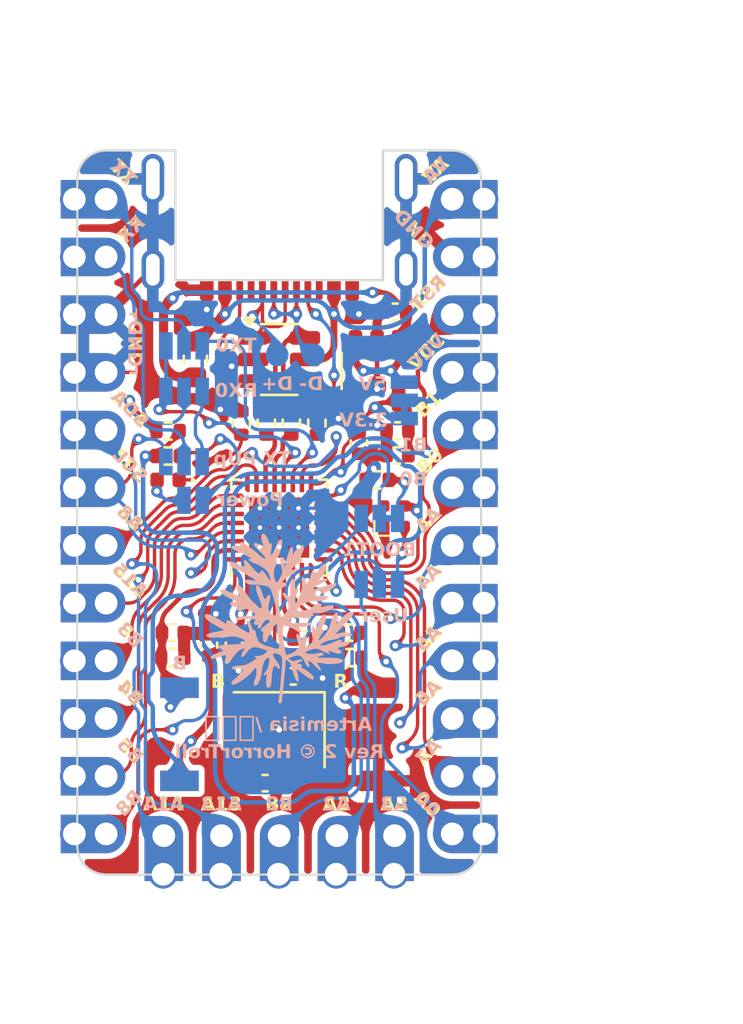
<source format=kicad_pcb>
(kicad_pcb (version 20240108) (generator "pcbnew") (generator_version "8.0")
  (title_block (title "Artemisia") (date "2024-04-25") (rev "2") (comment 1 "Copyright © 2024 HorrorTroll") (comment 2 "GPL2 License"))
  (layers (0 "F.Cu" signal) (31 "B.Cu" signal) (34 "B.Paste" user) (35 "F.Paste" user) (36 "B.SilkS" user "B.Silkscreen") (37 "F.SilkS" user "F.Silkscreen") (38 "B.Mask" user) (39 "F.Mask" user) (44 "Edge.Cuts" user))
  (net 0 "")
  (net 1 "GND")
  (net 2 "XTAL1")
  (net 3 "NRST")
  (net 4 "+5V")
  (net 5 "/DM")
  (net 6 "/DP")
  (net 7 "XTAL2")
  (net 8 "D-")
  (net 9 "D+")
  (net 10 "+3V3")
  (net 11 "BOOT0")
  (net 14 "USART2_TX{slash}A2")
  (net 15 "I2C1_SDA{slash}B7")
  (net 16 "I2C1_SCL{slash}B6")
  (net 17 "BOOT1{slash}B2")
  (net 18 "USART1_RX{slash}A10")
  (net 19 "A15")
  (net 20 "B3")
  (net 21 "B4")
  (net 22 "B5")
  (net 23 "SWCLK{slash}A14")
  (net 24 "SWDIO{slash}A13")
  (net 25 "B8")
  (net 26 "A8")
  (net 27 "B1")
  (net 28 "B0")
  (net 29 "A4")
  (net 30 "A1")
  (net 31 "A0")
  (net 32 "SPI1_SCK{slash}A5")
  (net 33 "SPI1_MISO{slash}A6")
  (net 34 "SPI1_MOSI{slash}A7")
  (net 35 "VBUS")
  (net 36 "/RST")
  (net 37 "Net-(USB1-CC1)")
  (net 38 "Net-(USB1-CC2)")
  (net 40 "Net-(D1-A)")
  (net 41 "B2")
  (net 42 "Net-(JP2-A)")
  (net 43 "D1")
  (net 44 "USART2_RX")
  (net 45 "Net-(JP1-A)")
  (net 46 "A3")
  (net 49 "D0")
  (net 50 "USART1_TX{slash}A9")
  (net 51 "Net-(JP4-C)")
  (net 52 "VCC")
  (net 53 "Net-(JP5-B)")
  (footprint "Capacitor_SMD:C_0402_1005Metric" (layer "F.Cu") (at 8.27 27.85)
    (property "Reference" "C1" (hide yes))
    (property "Value" "22p")
  )
  (footprint "Resistor_SMD:R_0402_1005Metric" (layer "F.Cu") (at 4 12.35)
    (property "Reference" "R8" (hide yes))
    (property "Value" "10k")
  )
  (footprint "Resistor_SMD:R_0402_1005Metric" (layer "F.Cu") (at 13.2 14.5 180)
    (property "Reference" "R7" (hide yes))
    (property "Value" "10k")
  )
  (footprint "Capacitor_SMD:C_0402_1005Metric" (layer "F.Cu") (at 10 21.5 180)
    (property "Reference" "C5" (hide yes))
    (property "Value" "100n")
  )
  (footprint "Package_TO_SOT_SMD:SOT-23-6" (layer "F.Cu") (at 8.89 9.2)
    (property "Reference" "ESD1" (hide yes))
    (property "Value" "SRV05-4")
  )
  (footprint "Capacitor_SMD:C_0402_1005Metric" (layer "F.Cu") (at 14 7.1)
    (property "Reference" "C8" (hide yes))
    (property "Value" "10u")
  )
  (footprint "Resistor_SMD:R_0402_1005Metric" (layer "F.Cu") (at 4.21 22.325 180)
    (property "Reference" "R6" (hide yes))
    (property "Value" "10k")
  )
  (footprint "Capacitor_SMD:C_0402_1005Metric" (layer "F.Cu") (at 14.1 12.325 180)
    (property "Reference" "C9" (hide yes))
    (property "Value" "10u")
  )
  (footprint "Capacitor_SMD:C_0402_1005Metric" (layer "F.Cu") (at 12.4 12.875 90)
    (property "Reference" "C4" (hide yes))
    (property "Value" "100n")
  )
  (footprint "HorrorTroll_lib:USB-C-C168688" (layer "F.Cu") (at 8.903 -0.849526)
    (property "Reference" "USB1" (hide yes))
    (property "Value" "USB-C")
  )
  (footprint "Capacitor_SMD:C_0402_1005Metric" (layer "F.Cu") (at 4.21 21.225 180)
    (property "Reference" "C11" (hide yes))
    (property "Value" "100n")
  )
  (footprint "HorrorTroll_lib:Pinouts_Castellated_Oval_01x05_new" (layer "F.Cu") (at 3.81 30.1625 90)
    (property "Reference" "J3" (hide yes))
    (property "Value" "Conn_01x05")
  )
  (footprint "Resistor_SMD:R_0402_1005Metric" (layer "F.Cu") (at 12 22.325)
    (property "Reference" "R11" (hide yes))
    (property "Value" "100R")
  )
  (footprint "HorrorTroll_lib:SW_SPST_Little_Turtle_2P_no_silk_reversible" (layer "F.Cu") (at 4.5 25.7 -90)
    (property "Reference" "SW2" (hide yes))
    (property "Value" "BOOT0")
  )
  (footprint "Artery_MCU:QFN-32_4x4mm_ThermalVias" (layer "F.Cu") (at 8.89 16.6 90)
    (property "Reference" "U1" (hide yes))
    (property "Value" "AT32F415KxU7-4" (hide yes))
  )
  (footprint "HorrorTroll_lib:SOT-23-5_custom" (layer "F.Cu") (at 13.2 9.7 -90)
    (property "Reference" "RG1" (hide yes))
    (property "Value" "XC6220B331MR")
  )
  (footprint "Fuse:Fuse_0603_1608Metric" (layer "F.Cu") (at 5.2 9.2 -90)
    (property "Reference" "F1" (hide yes))
    (property "Value" "1000mA")
  )
  (footprint "HorrorTroll_lib:SW_SPST_Little_Turtle_2P_no_silk" (layer "F.Cu") (at 13.28 25.7 -90)
    (property "Reference" "SW1" (hide yes))
    (property "Value" "RESET")
  )
  (footprint "Capacitor_SMD:C_0402_1005Metric" (layer "F.Cu") (at 5.8 21.775 -90)
    (property "Reference" "C3" (hide yes))
    (property "Value" "100n")
  )
  (footprint "Capacitor_SMD:C_0402_1005Metric" (layer "F.Cu") (at 9.51 23.15)
    (property "Reference" "C7" (hide yes))
    (property "Value" "22p")
  )
  (footprint "HorrorTroll_lib:LED_SK6805_EC15_1.5x1.5mm" (layer "F.Cu") (at 13.95 16.1 90)
    (property "Reference" "LED1" (hide yes))
    (property "Value" "SK6805-EC15" (hide yes))
  )
  (footprint "Capacitor_SMD:C_0402_1005Metric" (layer "F.Cu") (at 14.1 13.425)
    (property "Reference" "C2" (hide yes))
    (property "Value" "4.7u")
  )
  (footprint "Capacitor_SMD:C_0402_1005Metric" (layer "F.Cu") (at 6.9 21.775 90)
    (property "Reference" "C6" (hide yes))
    (property "Value" "1u")
  )
  (footprint "Crystal:Crystal_SMD_3225-4Pin_3.2x2.5mm" (layer "F.Cu") (at 8.89 25.5 180)
    (property "Reference" "Y1" (hide yes))
    (property "Value" "12MHz")
  )
  (footprint "Resistor_SMD:R_0402_1005Metric" (layer "F.Cu") (at 8.325 12 90)
    (property "Reference" "R1" (hide yes))
    (property "Value" "22R")
  )
  (footprint "Capacitor_SMD:C_0402_1005Metric" (layer "F.Cu") (at 12 21.225)
    (property "Reference" "C10" (hide yes))
    (property "Value" "100n")
  )
  (footprint "Resistor_SMD:R_0402_1005Metric" (layer "F.Cu") (at 7.225 12 -90)
    (property "Reference" "R4" (hide yes))
    (property "Value" "5.1k")
  )
  (footprint "LED_SMD:LED_0402_1005Metric" (layer "F.Cu") (at 4 14.5 180)
    (property "Reference" "D1" (hide yes))
    (property "Value" "Power_LED")
  )
  (footprint "Resistor_SMD:R_0402_1005Metric" (layer "F.Cu") (at 9.425 12 90)
    (property "Reference" "R2" (hide yes))
    (property "Value" "22R")
  )
  (footprint "Resistor_SMD:R_0402_1005Metric" (layer "F.Cu") (at 10.55 12 90)
    (property "Reference" "R3" (hide yes))
    (property "Value" "5.1k")
  )
  (footprint "HorrorTroll_lib:Pinouts_Castellated_Oval_01x12_new_flip" (layer "F.Cu") (at 1.27 2.1463)
    (property "Reference" "J1" (hide yes))
    (property "Value" "Conn_01x12")
  )
  (footprint "Resistor_SMD:R_0402_1005Metric" (layer "F.Cu") (at 4 13.45)
    (property "Reference" "R5" (hide yes))
    (property "Value" "5.1k")
  )
  (footprint "HorrorTroll_lib:Artemisia_silkscreen_new" (layer "B.Cu") (at 8.89 20.6 180)
    (property "Reference" "G***" (hide yes))
    (property "Value" "LOGO" (hide yes))
  )
  (footprint "HorrorTroll_lib:TestPoint_Pad_D1.0mm_no_silk" (layer "B.Cu") (at 8.8 9 180)
    (property "Reference" "TP2" (hide yes))
    (property "Value" "DP")
  )
  (footprint "HorrorTroll_lib:Pinouts_Castellated_Oval_01x12_new" (layer "B.Cu") (at 16.51 2.1463 180)
    (property "Reference" "J2" (hide yes))
    (property "Value" "Conn_01x12")
  )
  (footprint "HorrorTroll_lib:SolderJumper-3_Open_Small" (layer "B.Cu") (at 13.3 19.1)
    (property "Reference" "JP5" (hide yes))
    (property "Value" "Jumper_LED2")
  )
  (footprint "HorrorTroll_lib:SolderJumper-3_Bridged_12_Small" (layer "B.Cu") (at 14.4 11 90)
    (property "Reference" "JP7" (hide yes))
    (property "Value" "Jumper_VCC")
  )
  (footprint "HorrorTroll_lib:SolderJumper-3_Bridged_12_Small" (layer "B.Cu") (at 13.3 16.2 180)
    (property "Reference" "JP2" (hide yes))
    (property "Value" "Jumper_BOOT")
  )
  (footprint "HorrorTroll_lib:TestPoint_Pad_D1.0mm_no_silk" (layer "B.Cu") (at 10.4 9 180)
    (property "Reference" "TP1" (hide yes))
    (property "Value" "DM")
  )
  (footprint "HorrorTroll_lib:SolderJumper-3_Open_Small" (layer "B.Cu") (at 4.7 13.7 180)
    (property "Reference" "JP4" (hide yes))
    (property "Value" "Jumper_TX")
  )
  (footprint "HorrorTroll_lib:SolderJumper-3_Open_Small" (layer "B.Cu") (at 4.7 10.6 180)
    (property "Reference" "JP6" (hide yes))
    (property "Value" "Jumper_D1")
  )
  (footprint "HorrorTroll_lib:SolderJumper-3_Open_Small" (layer "B.Cu") (at 4.7 8.6 180)
    (property "Reference" "JP3" (hide yes))
    (property "Value" "Jumper_D0")
  )
  (footprint "HorrorTroll_lib:SolderJumper-2_Open_Small" (layer "B.Cu") (at 5.1 15.4 180)
    (property "Reference" "JP1" (hide yes))
    (property "Value" "Jumper_LED" (hide yes))
  )
  (gr_line (start 2.35 7.2) (end 2.575 7.2) (stroke (width 0.12)) (layer "B.SilkS"))
  (gr_line (start 2.6 9.8) (end 2.35 9.8) (stroke (width 0.12)) (layer "B.SilkS"))
  (gr_line (start 2.6 9.575) (end 2.6 9.8) (stroke (width 0.12)) (layer "B.SilkS"))
  (gr_line (start 2.575 7.2) (end 2.575 7.45) (stroke (width 0.12)) (layer "B.SilkS"))
  (gr_line (start 2.6 9.575) (end 2.6 9.8) (stroke (width 0.12)) (layer "F.SilkS"))
  (gr_line (start 2.35 7.2) (end 2.575 7.2) (stroke (width 0.12)) (layer "F.SilkS"))
  (gr_line (start 2.6 9.8) (end 2.35 9.8) (stroke (width 0.12)) (layer "F.SilkS"))
  (gr_line (start 2.575 7.2) (end 2.575 7.45) (stroke (width 0.12)) (layer "F.SilkS"))
  (gr_line (start 0 1.27) (end 0 30.607) (stroke (width 0.1)) (layer "Edge.Cuts"))
  (gr_arc (start 16.51 0) (mid 17.408025 0.371974) (end 17.78 1.27) (stroke (width 0.1)) (layer "Edge.Cuts"))
  (gr_line (start 13.462 5.7116) (end 4.318 5.7116) (stroke (width 0.1)) (layer "Edge.Cuts"))
  (gr_arc (start 1.27 31.877) (mid 0.371973 31.505026) (end 0 30.607) (stroke (width 0.1)) (layer "Edge.Cuts"))
  (gr_arc (start 0 1.27) (mid 0.371974 0.371975) (end 1.27 0) (stroke (width 0.1)) (layer "Edge.Cuts"))
  (gr_line (start 17.78 1.27) (end 17.78 30.607) (stroke (width 0.1)) (layer "Edge.Cuts"))
  (gr_line (start 4.318 5.7116) (end 4.318 0) (stroke (width 0.1)) (layer "Edge.Cuts"))
  (gr_line (start 13.462 0) (end 16.51 0) (stroke (width 0.1)) (layer "Edge.Cuts"))
  (gr_line (start 1.27 0) (end 4.318 0) (stroke (width 0.1)) (layer "Edge.Cuts"))
  (gr_line (start 1.27 31.877) (end 16.51 31.877) (stroke (width 0.1)) (layer "Edge.Cuts"))
  (gr_line (start 13.462 0) (end 13.462 5.7116) (stroke (width 0.1)) (layer "Edge.Cuts"))
  (gr_arc (start 17.78 30.607) (mid 17.408024 31.505023) (end 16.51 31.877) (stroke (width 0.1)) (layer "Edge.Cuts"))
  (gr_text "GND" (at 2.5 8.5 270) (layer "B.SilkS") (effects (font (size 0.6 0.6) (thickness 0.12) (bold yes)) (justify mirror)))
  (gr_text "B4" (at 2.3 23.9 315) (layer "B.SilkS") (effects (font (size 0.6 0.6) (thickness 0.12) (bold yes)) (justify mirror)))
  (gr_text "A5" (at 15.48 21.5 45) (layer "B.SilkS") (effects (font (size 0.6 0.6) (thickness 0.12) (bold yes)) (justify mirror)))
  (gr_text "TX" (at 2 1 315) (layer "B.SilkS") (effects (font (size 0.6 0.6) (thickness 0.12) (bold yes)) (justify mirror)))
  (gr_text "B" (at 4.5 22.6 0) (layer "B.SilkS") (effects (font (size 0.6 0.6) (thickness 0.12) (bold yes)) (justify mirror)))
  (gr_text "3.3V" (at 12.6 11.9 0) (layer "B.SilkS") (effects (font (size 0.6 0.6) (thickness 0.12) (bold yes)) (justify mirror)))
  (gr_text "Power" (at 7.6 15.4 0) (layer "B.SilkS") (effects (font (size 0.6 0.6) (thickness 0.12) (bold yes)) (justify mirror)))
  (gr_text "A14" (at 3.8 28.8 0) (layer "B.SilkS") (effects (font (size 0.6 0.6) (thickness 0.12) (bold yes)) (justify mirror)))
  (gr_text "A7" (at 15.48 26.5 45) (layer "B.SilkS") (effects (font (size 0.6 0.6) (thickness 0.12) (bold yes)) (justify mirror)))
  (gr_text "BOOT1" (at 13.3 17.6 0) (layer "B.SilkS") (effects (font (size 0.6 0.6) (thickness 0.12) (bold yes)) (justify mirror)))
  (gr_text "A13" (at 6.34 28.8 0) (layer "B.SilkS") (effects (font (size 0.6 0.6) (thickness 0.12) (bold yes)) (justify mirror)))
  (gr_text "A8" (at 2.3 16.2 315) (layer "B.SilkS") (effects (font (size 0.6 0.6) (thickness 0.12) (bold yes)) (justify mirror)))
  (gr_text "Artemisia /" (at 10.41 25.3 0) (layer "B.SilkS") (effects (font (size 0.6 0.6) (thickness 0.12) (bold yes)) (justify mirror)))
  (gr_text "TX0" (at 7 8.6 0) (layer "B.SilkS") (effects (font (size 0.6 0.6) (thickness 0.12) (bold yes)) (justify mirror)))
  (gr_text "SDA" (at 2.3 11.4 315) (layer "B.SilkS") (effects (font (size 0.6 0.6) (thickness 0.12) (bold yes)) (justify mirror)))
  (gr_text "RX0" (at 7 10.6 0) (layer "B.SilkS") (effects (font (size 0.6 0.6) (thickness 0.12) (bold yes)) (justify mirror)))
  (gr_text "B2" (at 8.88 28.8 0) (layer "B.SilkS") (effects (font (size 0.6 0.6) (thickness 0.12) (bold yes)) (justify mirror)))
  (gr_text "A3" (at 13.96 28.8 0) (layer "B.SilkS") (effects (font (size 0.6 0.6) (thickness 0.12) (bold yes)) (justify mirror)))
  (gr_text "RX" (at 2.4 3.5 45) (layer "B.SilkS") (effects (font (size 0.6 0.6) (thickness 0.12) (bold yes)) (justify mirror)))
  (gr_text "SCL" (at 2.3 13.9 315) (layer "B.SilkS") (effects (font (size 0.6 0.6) (thickness 0.12) (bold yes)) (justify mirror)))
  (gr_text "D+" (at 8.8 10.3 0) (layer "B.SilkS") (effects (font (size 0.6 0.6) (thickness 0.12) (bold yes)) (justify mirror)))
  (gr_text "B3" (at 2.3 21.35 315) (layer "B.SilkS") (effects (font (size 0.6 0.6) (thickness 0.12) (bold yes)) (justify mirror)))
  (gr_text "B0" (at 14.8 14.5 0) (layer "B.SilkS") (effects (font (size 0.6 0.6) (thickness 0.12) (bold yes)) (justify mirror)))
  (gr_text "D-" (at 10.3 10.3 0) (layer "B.SilkS") (effects (font (size 0.6 0.6) (thickness 0.12) (bold yes)) (justify mirror)))
  (gr_text "VA" (at 15.8 0.9 45) (layer "B.SilkS") (effects (font (size 0.6 0.6) (thickness 0.12) (bold yes)) (justify mirror)))
  (gr_text "VCC" (at 15.4 8.9 45) (layer "B.SilkS") (effects (font (size 0.6 0.6) (thickness 0.12) (bold yes)) (justify mirror)))
  (gr_text "User" (at 13.5 20.5 0) (layer "B.SilkS") (effects (font (size 0.6 0.6) (thickness 0.12) (bold yes)) (justify mirror)))
  (gr_text "B8" (at 2.3 28.75 45) (layer "B.SilkS") (effects (font (size 0.6 0.6) (thickness 0.12) (bold yes)) (justify mirror)))
  (gr_text "TX PUp" (at 7.7 13.6 0) (layer "B.SilkS") (effects (font (size 0.6 0.6) (thickness 0.12) (bold yes)) (justify mirror)))
  (gr_text "A15" (at 2.3 18.95 315) (layer "B.SilkS") (effects (font (size 0.6 0.6) (thickness 0.12) (bold yes)) (justify mirror)))
  (gr_text "5V" (at 13 10.299999 0) (layer "B.SilkS") (effects (font (size 0.6 0.6) (thickness 0.12) (bold yes)) (justify mirror)))
  (gr_text "B1" (at 14.8 13 0) (layer "B.SilkS") (effects (font (size 0.6 0.6) (thickness 0.12) (bold yes)) (justify mirror)))
  (gr_text "Rev 2 © HorrorTroll" (at 8.9 26.5 0) (layer "B.SilkS") (effects (font (size 0.6 0.6) (thickness 0.12) (bold yes)) (justify mirror)))
  (gr_text "B5" (at 2.3 26.45 315) (layer "B.SilkS") (effects (font (size 0.6 0.6) (thickness 0.12) (bold yes)) (justify mirror)))
  (gr_text "A2" (at 11.42 28.8 0) (layer "B.SilkS") (effects (font (size 0.6 0.6) (thickness 0.12) (bold yes)) (justify mirror)))
  (gr_text "ヨモギ" (at 6.7 25.4 0) (layer "B.SilkS") (effects (font (size 0.9 0.9) (thickness 0.15) (bold yes)) (justify mirror)))
  (gr_text "A1" (at 15.48 16.3 45) (layer "B.SilkS") (effects (font (size 0.6 0.6) (thickness 0.12) (bold yes)) (justify mirror)))
  (gr_text "A6" (at 15.48 23.9 45) (layer "B.SilkS") (effects (font (size 0.6 0.6) (thickness 0.12) (bold yes)) (justify mirror)))
  (gr_text "GND" (at 14.8 3.5 -45) (layer "B.SilkS") (effects (font (size 0.6 0.6) (thickness 0.12) (bold yes)) (justify mirror)))
  (gr_text "A0" (at 15.4 28.8 315) (layer "B.SilkS") (effects (font (size 0.6 0.6) (thickness 0.12) (bold yes)) (justify mirror)))
  (gr_text "A4" (at 15.48 18.8 45) (layer "B.SilkS") (effects (font (size 0.6 0.6) (thickness 0.12) (bold yes)) (justify mirror)))
  (gr_text "RST" (at 15.48 6.3 45) (layer "B.SilkS") (effects (font (size 0.6 0.6) (thickness 0.12) (bold yes)) (justify mirror)))
  (gr_text "VCC" (at 15.4 8.9 45) (layer "F.SilkS") (effects (font (size 0.6 0.6) (thickness 0.12) (bold yes))))
  (gr_text "SDA" (at 2.3 11.4 315) (layer "F.SilkS") (effects (font (size 0.6 0.6) (thickness 0.12) (bold yes))))
  (gr_text "B0" (at 15.55 13.7 45) (layer "F.SilkS") (effects (font (size 0.6 0.6) (thickness 0.12) (bold yes))))
  (gr_text "RX" (at 2.4 3.5 45) (layer "F.SilkS") (effects (font (size 0.6 0.6) (thickness 0.12) (bold yes))))
  (gr_text "B8" (at 2.3 28.75 45) (layer "F.SilkS") (effects (font (size 0.6 0.6) (thickness 0.12) (bold yes))))
  (gr_text "B2" (at 8.88 28.8 0) (layer "F.SilkS") (effects (font (size 0.6 0.6) (thickness 0.12) (bold yes))))
  (gr_text "VA" (at 15.8 0.9 45) (layer "F.SilkS") (effects (font (size 0.6 0.6) (thickness 0.12) (bold yes))))
  (gr_text "A2" (at 11.42 28.8 0) (layer "F.SilkS") (effects (font (size 0.6 0.6) (thickness 0.12) (bold yes))))
  (gr_text "A0" (at 15.4 28.8 -45) (layer "F.SilkS") (effects (font (size 0.6 0.6) (thickness 0.12) (bold yes))))
  (gr_text "GND" (at 2.5 8.5 270) (layer "F.SilkS") (effects (font (size 0.6 0.6) (thickness 0.12) (bold yes))))
  (gr_text "A13" (at 6.34 28.8 0) (layer "F.SilkS") (effects (font (size 0.6 0.6) (thickness 0.12) (bold yes))))
  (gr_text "A7" (at 15.48 26.5 45) (layer "F.SilkS") (effects (font (size 0.6 0.6) (thickness 0.12) (bold yes))))
  (gr_text "TX" (at 2 1 315) (layer "F.SilkS") (effects (font (size 0.6 0.6) (thickness 0.12) (bold yes))))
  (gr_text "A5" (at 15.48 21.5 45) (layer "F.SilkS") (effects (font (size 0.6 0.6) (thickness 0.12) (bold yes))))
  (gr_text "A3" (at 13.96 28.8 0) (layer "F.SilkS") (effects (font (size 0.6 0.6) (thickness 0.12) (bold yes))))
  (gr_text "A15" (at 2.3 18.95 315) (layer "F.SilkS") (effects (font (size 0.6 0.6) (thickness 0.12) (bold yes))))
  (gr_text "GND" (at 14.8 3.5 -45) (layer "F.SilkS") (effects (font (size 0.6 0.6) (thickness 0.12) (bold yes))))
  (gr_text "B3" (at 2.3 21.35 315) (layer "F.SilkS") (effects (font (size 0.6 0.6) (thickness 0.12) (bold yes))))
  (gr_text "B5" (at 2.3 26.45 315) (layer "F.SilkS") (effects (font (size 0.6 0.6) (thickness 0.12) (bold yes))))
  (gr_text "A14" (at 3.8 28.8 0) (layer "F.SilkS") (effects (font (size 0.6 0.6) (thickness 0.12) (bold yes))))
  (gr_text "A1" (at 15.48 16.3 45) (layer "F.SilkS") (effects (font (size 0.6 0.6) (thickness 0.12) (bold yes))))
  (gr_text "B" (at 6.2 23.4 0) (layer "F.SilkS") (effects (font (size 0.6 0.6) (thickness 0.12) (bold yes))))
  (gr_text "A6" (at 15.48 23.9 45) (layer "F.SilkS") (effects (font (size 0.6 0.6) (thickness 0.12) (bold yes))))
  (gr_text "R" (at 11.6 23.4 0) (layer "F.SilkS") (effects (font (size 0.6 0.6) (thickness 0.12) (bold yes))))
  (gr_text "RST" (at 15.48 6.3 45) (layer "F.SilkS") (effects (font (size 0.6 0.6) (thickness 0.12) (bold yes))))
  (gr_text "B4" (at 2.3 23.9 315) (layer "F.SilkS") (effects (font (size 0.6 0.6) (thickness 0.12) (bold yes))))
  (gr_text "A4" (at 15.48 18.8 45) (layer "F.SilkS") (effects (font (size 0.6 0.6) (thickness 0.12) (bold yes))))
  (gr_text "A8" (at 2.3 16.2 315) (layer "F.SilkS") (effects (font (size 0.6 0.6) (thickness 0.12) (bold yes))))
  (gr_text "SCL" (at 2.3 13.9 315) (layer "F.SilkS") (effects (font (size 0.6 0.6) (thickness 0.12) (bold yes))))
  (gr_text "B1" (at 15.48 11.2 45) (layer "F.SilkS") (effects (font (size 0.6 0.6) (thickness 0.12) (bold yes))))
  (segment (start 12.4 13.355) (end 12.405 13.355) (width 0.3) (layer "F.Cu") (net 1))
  (segment (start 12.4 7.2) (end 13.42 7.2) (width 0.4) (layer "F.Cu") (net 1))
  (segment (start 5.73 21.225) (end 5.8 21.295) (width 0.3) (layer "F.Cu") (net 1))
  (segment (start 5.8 20.844975) (end 5.8 21.295) (width 0.3) (layer "F.Cu") (net 1))
  (segment (start 6.3 11.4) (end 6.046446 11.146446) (width 0.15) (layer "F.Cu") (net 1))
  (segment (start 4.007107 10.707107) (end 3.578863 10.278863) (width 0.15) (layer "F.Cu") (net 1))
  (segment (start 9.99 27.373604) (end 9.99 26.35) (width 0.3) (layer "F.Cu") (net 1))
  (segment (start 12.4 13.355) (end 13.55 13.355) (width 0.3) (layer "F.Cu") (net 1))
  (segment (start 4.69 22.295) (end 4.72 22.325) (width 0.3) (layer "F.Cu") (net 1))
  (segment (start 11.146447 12.05) (end 11.113553 12.05) (width 0.2) (layer "F.Cu") (net 1))
  (segment (start 12.69 14.36) (end 13.05 14) (width 0.3) (layer "F.Cu") (net 1))
  (segment (start 9.99 26.35) (end 9.74 26.35) (width 0.2) (layer "F.Cu") (net 1))
  (segment (start 6.517158 12.017158) (end 7.01 12.51) (width 0.15) (layer "F.Cu") (net 1))
  (segment (start 5.692893 11) (end 4.714214 11) (width 0.15) (layer "F.Cu") (net 1))
  (segment (start 12.69 14.5) (end 12.69 14.36) (width 0.3) (layer "F.Cu") (net 1))
  (segment (start 7.7525 9.2) (end 7.307107 9.2) (width 0.4) (layer "F.Cu") (net 1))
  (segment (start 13.2 10.3) (end 13.2 10.5) (width 0.2) (layer "F.Cu") (net 1))
  (segment (start 6.953553 22.308553) (end 6.9 22.255) (width 0.3) (layer "F.Cu") (net 1))
  (segment (start 7.79 24.65) (end 8.04 24.65) (width 0.2) (layer "F.Cu") (net 1))
  (segment (start 2.341426 9.7663) (end 1.27 9.7663) (width 0.15) (layer "F.Cu") (net 1))
  (segment (start 3.328 5.250474) (end 3.2368 5.250474) (width 0.2) (layer "F.Cu") (net 1))
  (segment (start 13.167347 16.55) (end 13.5 16.55) (width 0.2) (layer "F.Cu") (net 1))
  (segment (start 12.821802 16.390851) (end 12.849149 16.418198) (width 0.2) (layer "F.Cu") (net 1))
  (segment (start 4.69 21.225) (end 4.69 22.295) (width 0.3) (layer "F.Cu") (net 1))
  (segment (start 12.405 13.355) (end 13.05 14) (width 0.3) (layer "F.Cu") (net 1))
  (segment (start 3.328 5.250474) (end 3.245826 5.250474) (width 0.2) (layer "F.Cu") (net 1))
  (segment (start 6.420779 13.5) (end 6.335895 13.5) (width 0.15) (layer "F.Cu") (net 1))
  (segment (start 13.497513 12.202513) (end 13.62 12.325) (width 0.3) (layer "F.Cu") (net 1))
  (segment (start 13.2 12.1) (end 13.250025 12.1) (width 0.3) (layer "F.Cu") (net 1))
  (segment (start 9.513604 27.85) (end 8.75 27.85) (width 0.3) (layer "F.Cu") (net 1))
  (segment (start 13.2 8.5625) (end 13.2 10.3) (width 0.2) (layer "F.Cu") (net 1))
  (segment (start 6.3 11.4) (end 6.312132 11.412132) (width 0.15) (layer "F.Cu") (net 1))
  (segment (start 9.831802 27.718198) (end 9.858198 27.691802) (width 0.3) (layer "F.Cu") (net 1))
  (segment (start 6.990685 13.261465) (end 6.986464 13.265686) (width 0.15) (layer "F.Cu") (net 1))
  (segment (start 13.2 7.627107) (end 13.2 8.5625) (width 0.4) (layer "F.Cu") (net 1))
  (segment (start 4.921682 14.5) (end 4.485 14.5) (width 0.15) (layer "F.Cu") (net 1))
  (segment (start 13.55 13.355) (end 13.62 13.425) (width 0.3) (layer "F.Cu") (net 1))
  (segment (start 11.5 11.8) (end 11.323223 11.976777) (width 0.2) (layer "F.Cu") (net 1))
  (segment (start 13.42 7.2) (end 13.52 7.1) (width 0.4) (layer "F.Cu") (net 1))
  (segment (start 12.249447 7.049447) (end 12.4 7.2) (width 0.4) (layer "F.Cu") (net 1))
  (segment (start 10.936776 12.123224) (end 10.55 12.51) (width 0.2) (layer "F.Cu") (net 1))
  (segment (start 7.01 12.51) (end 7.225 12.51) (width 0.15) (layer "F.Cu") (net 1))
  (segment (start 4.69 21.225) (end 5.73 21.225) (width 0.3) (layer "F.Cu") (net 1))
  (segment (start 7.1 22.662107) (end 7.1 22.9) (width 0.3) (layer "F.Cu") (net 1))
  (segment (start 7.225 12.51) (end 7.225 12.695779) (width 0.15) (layer "F.Cu") (net 1))
  (segment (start 10.065 23.225) (end 9.99 23.15) (width 0.2) (layer "F.Cu") (net 1))
  (segment (start 5.982341 13.646447) (end 5.275236 14.353553) (width 0.15) (layer "F.Cu") (net 1))
  (segment (start 10.48 21.5) (end 10.48 21.42) (width 0.4) (layer "F.Cu") (net 1))
  (segment (start 12.69 14.5) (end 12.69 16.072653) (width 0.2) (layer "F.Cu") (net 1))
  (segment (start 5.902513 20.597487) (end 6.1 20.4) (width 0.3) (layer "F.Cu") (net 1))
  (segment (start 13.62 13.425) (end 13.62 12.325) (width 0.3) (layer "F.Cu") (net 1))
  (segment (start 12.103 6.150474) (end 12.103 6.695893) (width 0.4) (layer "F.Cu") (net 1))
  (segment (start 11.051776 21.151776) (end 10.9 21) (width 0.4) (layer "F.Cu") (net 1))
  (segment (start 3.245826 5.250474) (end 1.27 7.2263) (width 0.2) (layer "F.Cu") (net 1))
  (segment (start 11.52 21.225) (end 11.228553 21.225) (width 0.4) (layer "F.Cu") (net 1))
  (segment (start 9.74 26.35) (end 8.89 25.5) (width 0.2) (layer "F.Cu") (net 1))
  (segment (start 13.52 7.1) (end 13.346446 7.273554) (width 0.4) (layer "F.Cu") (net 1))
  (segment (start 6.953553 9.346447) (end 6.8 9.5) (width 0.4) (layer "F.Cu") (net 1))
  (segment (start 8.04 24.65) (end 8.89 25.5) (width 0.2) (layer "F.Cu") (net 1))
  (segment (start 10.8 23.225) (end 10.065 23.225) (width 0.2) (layer "F.Cu") (net 1))
  (segment (start 6.4 11.624264) (end 6.4 11.734315) (width 0.15) (layer "F.Cu") (net 1))
  (segment (start 10.48 21.42) (end 10.9 21) (width 0.4) (layer "F.Cu") (net 1))
  (via (at 8.89 25.5) (size 0.5) (drill 0.25) (layers "F.Cu" "B.Cu") (net 1))
  (via (at 6.1 20.4) (size 0.5) (drill 0.25) (layers "F.Cu" "B.Cu") (net 1))
  (via (at 12.4 7.2) (size 0.5) (drill 0.25) (layers "F.Cu" "B.Cu") (net 1))
  (via (at 5.7 7) (size 0.5) (drill 0.25) (layers "F.Cu" "B.Cu") (net 1))
  (via (at 13.2 10.5) (size 0.5) (drill 0.25) (layers "F.Cu" "B.Cu") (net 1))
  (via (at 14.2 28.6) (size 0.5) (drill 0.25) (layers "F.Cu" "B.Cu") (net 1))
  (via (at 6.3 11.4) (size 0.5) (drill 0.25) (layers "F.Cu" "B.Cu") (net 1))
  (via (at 7.1 22.9) (size 0.5) (drill 0.25) (layers "F.Cu" "B.Cu") (net 1))
  (via (at 10.9 21) (size 0.5) (drill 0.25) (layers "F.Cu" "B.Cu") (net 1))
  (via (at 13.05 14) (size 0.5) (drill 0.25) (layers "F.Cu" "B.Cu") (net 1))
  (via (at 11.5 11.8) (size 0.5) (drill 0.25) (layers "F.Cu" "B.Cu") (net 1))
  (via (at 10.8 23.225) (size 0.5) (drill 0.25) (layers "F.Cu" "B.Cu") (net 1))
  (via (at 6.8 9.5) (size 0.5) (drill 0.25) (layers "F.Cu" "B.Cu") (net 1))
  (via (at 13.2 12.1) (size 0.5) (drill 0.25) (layers "F.Cu" "B.Cu") (net 1))
  (arc (start 3.578863 10.278863) (mid 3.011122 9.899511) (end 2.341426 9.7663) (width 0.15) (layer "F.Cu") (net 1))
  (arc (start 13.167347 16.55) (mid 12.995139 16.515746) (end 12.849149 16.418198) (width 0.2) (layer "F.Cu") (net 1))
  (arc (start 6.312132 11.412132) (mid 6.377164 11.509459) (end 6.4 11.624264) (width 0.15) (layer "F.Cu") (net 1))
  (arc (start 6.517158 12.017158) (mid 6.430449 11.887389) (end 6.4 11.734315) (width 0.15) (layer "F.Cu") (net 1))
  (arc (start 6.046446 11.146446) (mid 5.884234 11.03806) (end 5.692893 11) (width 0.15) (layer "F.Cu") (net 1))
  (arc (start 11.146447 12.05) (mid 11.242118 12.03097) (end 11.323223 11.976777) (width 0.2) (layer "F.Cu") (net 1))
  (arc (start 12.821802 16.390851) (mid 12.724254 16.244861) (end 12.69 16.072653) (width 0.2) (layer "F.Cu") (net 1))
  (arc (start 11.051776 21.151776) (mid 11.132882 21.205969) (end 11.228553 21.225) (width 0.4) (layer "F.Cu") (net 1))
  (arc (start 11.113553 12.05) (mid 11.017882 12.06903) (end 10.936776 12.123224) (width 0.2) (layer "F.Cu") (net 1))
  (arc (start 13.2 7.627107) (mid 13.23806 7.435766) (end 13.346446 7.273554) (width 0.4) (layer "F.Cu") (net 1))
  (arc (start 7.1 22.662107) (mid 7.06194 22.470765) (end 6.953553 22.308553) (width 0.3) (layer "F.Cu") (net 1))
  (arc (start 5.982341 13.646447) (mid 6.144553 13.53806) (end 6.335895 13.5) (width 0.15) (layer "F.Cu") (net 1))
  (arc (start 6.953553 9.346447) (mid 7.115765 9.23806) (end 7.307107 9.2) (width 0.4) (layer "F.Cu") (net 1))
  (arc (start 5.275236 14.353553) (mid 5.113024 14.46194) (end 4.921682 14.5) (width 0.15) (layer "F.Cu") (net 1))
  (arc (start 7.225 12.695779) (mid 7.164103 13.001926) (end 6.990685 13.261465) (width 0.15) (layer "F.Cu") (net 1))
  (arc (start 6.986464 13.265686) (mid 6.726925 13.439104) (end 6.420779 13.5) (width 0.15) (layer "F.Cu") (net 1))
  (arc (start 12.249447 7.049447) (mid 12.14106 6.887235) (end 12.103 6.695893) (width 0.4) (layer "F.Cu") (net 1))
  (arc (start 5.902513 20.597487) (mid 5.826642 20.711035) (end 5.8 20.844975) (width 0.3) (layer "F.Cu") (net 1))
  (arc (start 9.513604 27.85) (mid 9.685812 27.815746) (end 9.831802 27.718198) (width 0.3) (layer "F.Cu") (net 1))
  (arc (start 9.858198 27.691802) (mid 9.955746 27.545812) (end 9.99 27.373604) (width 0.3) (layer "F.Cu") (net 1))
  (arc (start 13.250025 12.1) (mid 13.383965 12.126642) (end 13.497513 12.202513) (width 0.3) (layer "F.Cu") (net 1))
  (arc (start 4.007107 10.707107) (mid 4.33153 10.92388) (end 4.714214 11) (width 0.15) (layer "F.Cu") (net 1))
  (segment (start 3.328 6.504952) (end 3.328 5.250474) (width 0.2) (layer "B.Cu") (net 1))
  (segment (start 5.450256 7.12548) (end 3.948528 7.12548) (width 0.2) (layer "B.Cu") (net 1))
  (segment (start 3.524264 6.949744) (end 3.503736 6.929216) (width 0.2) (layer "B.Cu") (net 1))
  (segment (start 5.7 7) (end 5.662388 7.037612) (width 0.2) (layer "B.Cu") (net 1))
  (segment (start 9.74 15.75) (end 11.135786 15.75) (width 0.15) (layer "B.Cu") (net 1))
  (segment (start 11.842893 15.457107) (end 12.947488 14.352512) (width 0.15) (layer "B.Cu") (net 1))
  (segment (start 13.05 14.105025) (end 13.05 14) (width 0.15) (layer "B.Cu") (net 1))
  (arc (start 5.450256 7.12548) (mid 5.565061 7.102644) (end 5.662388 7.037612) (width 0.2) (layer "B.Cu") (net 1))
  (arc (start 13.05 14.105025) (mid 13.023358 14.238964) (end 12.947488 14.352512) (width 0.15) (layer "B.Cu") (net 1))
  (arc (start 3.503736 6.929216) (mid 3.373672 6.734562) (end 3.328 6.504952) (width 0.2) (layer "B.Cu") (net 1))
  (arc (start 3.948528 7.12548) (mid 3.718918 7.079808) (end 3.524264 6.949744) (width 0.2) (layer "B.Cu") (net 1))
  (arc (start 11.135786 15.75) (mid 11.518469 15.67388) (end 11.842893 15.457107) (width 0.15) (layer "B.Cu") (net 1))
  (segment (start 7.367893 23.55) (end 6.982107 23.55) (width 0.15) (layer "F.Cu") (net 2))
  (segment (start 6.475 24.057107) (end 6.475 25.797183) (width 0.15) (layer "F.Cu") (net 2))
  (segment (start 7.743553 23.381447) (end 7.721446 23.403554) (width 0.15) (layer "F.Cu") (net 2))
  (segment (start 7.89 18.55) (end 7.89 23.027893) (width 0.15) (layer "F.Cu") (net 2))
  (segment (start 7.027817 26.35) (end 7.79 26.35) (width 0.15) (layer "F.Cu") (net 2))
  (segment (start 6.636092 26.186092) (end 6.638909 26.188909) (width 0.15) (layer "F.Cu") (net 2))
  (segment (start 6.628553 23.696447) (end 6.621446 23.703554) (width 0.15) (layer "F.Cu") (net 2))
  (segment (start 7.79 27.85) (end 7.79 26.35) (width 0.15) (layer "F.Cu") (net 2))
  (arc (start 6.475 25.797183) (mid 6.516866 26.007659) (end 6.636092 26.186092) (width 0.15) (layer "F.Cu") (net 2))
  (arc (start 7.743553 23.381447) (mid 7.85194 23.219235) (end 7.89 23.027893) (width 0.15) (layer "F.Cu") (net 2))
  (arc (start 7.367893 23.55) (mid 7.559234 23.51194) (end 7.721446 23.403554) (width 0.15) (layer "F.Cu") (net 2))
  (arc (start 6.982107 23.55) (mid 6.790765 23.58806) (end 6.628553 23.696447) (width 0.15) (layer "F.Cu") (net 2))
  (arc (start 6.475 24.057107) (mid 6.51306 23.865766) (end 6.621446 23.703554) (width 0.15) (layer "F.Cu") (net 2))
  (arc (start 7.027817 26.35) (mid 6.817341 26.308134) (end 6.638909 26.188909) (width 0.15) (layer "F.Cu") (net 2))
  (segment (start 8.69 18.55) (end 8.69 21.600051) (width 0.15) (layer "F.Cu") (net 3))
  (segment (start 12.48 21.295) (end 12.48 21.225) (width 0.2) (layer "F.Cu") (net 3))
  (segment (start 8.919974 22.119974) (end 8.895025 22.095025) (width 0.15) (layer "F.Cu") (net 3))
  (segment (start 11.49 22.325) (end 9.414949 22.325) (width 0.15) (layer "F.Cu") (net 3))
  (segment (start 11.49 22.325) (end 11.49 22.285) (width 0.2) (layer "F.Cu") (net 3))
  (segment (start 11.49 22.285) (end 12.48 21.295) (width 0.2) (layer "F.Cu") (net 3))
  (arc (start 8.69 21.600051) (mid 8.743284 21.867929) (end 8.895025 22.095025) (width 0.15) (layer "F.Cu") (net 3))
  (arc (start 9.414949 22.325) (mid 9.14707 22.271716) (end 8.919974 22.119974) (width 0.15) (layer "F.Cu") (net 3))
  (segment (start 13.919189 6.470151) (end 14.48 7.030962) (width 0.2) (layer "F.Cu") (net 4))
  (segment (start 4.034315 9.734315) (end 4.053186 9.753186) (width 0.4) (layer "F.Cu") (net 4))
  (segment (start 12.25 8.5625) (end 12.25 9.142893) (width 0.3) (layer "F.Cu") (net 4))
  (segment (start 14.48 7.030962) (end 14.48 7.1) (width 0.2) (layer "F.Cu") (net 4))
  (segment (start 4.618871 9.9875) (end 5.2 9.9875) (width 0.4) (layer "F.Cu") (net 4))
  (segment (start 14.48 7.1) (end 14.48 7.818286) (width 0.4) (layer "F.Cu") (net 4))
  (segment (start 14.187107 8.525393) (end 14.15 8.5625) (width 0.4) (layer "F.Cu") (net 4))
  (segment (start 14.003553 9.496447) (end 13.8 9.7) (width 0.3) (layer "F.Cu") (net 4))
  (segment (start 13 6.250481) (end 13.388859 6.250481) (width 0.2) (layer "F.Cu") (net 4))
  (segment (start 12.396447 9.496447) (end 12.6 9.7) (width 0.3) (layer "F.Cu") (net 4))
  (segment (start 3.8 7.21066) (end 3.8 9.168629) (width 0.4) (layer "F.Cu") (net 4))
  (segment (start 14.15 8.5625) (end 14.15 9.142893) (width 0.3) (layer "F.Cu") (net 4))
  (segment (start 4.2 6.5) (end 4.01967 6.68033) (width 0.4) (layer "F.Cu") (net 4))
  (via (at 13.8 9.7) (size 0.5) (drill 0.25) (layers "F.Cu" "B.Cu") (net 4))
  (via (at 4.2 6.5) (size 0.5) (drill 0.25) (layers "F.Cu" "B.Cu") (net 4))
  (via (at 13 6.250481) (size 0.5) (drill 0.25) (layers "F.Cu" "B.Cu") (net 4))
  (via (at 12.6 9.7) (size 0.5) (drill 0.25) (layers "F.Cu" "B.Cu") (net 4))
  (arc (start 14.003553 9.496447) (mid 14.11194 9.334235) (end 14.15 9.142893) (width 0.3) (layer "F.Cu") (net 4))
  (arc (start 13.388859 6.250481) (mid 13.675872 6.307571) (end 13.919189 6.470151) (width 0.2) (layer "F.Cu") (net 4))
  (arc (start 3.8 9.168629) (mid 3.860897 9.474776) (end 4.034315 9.734315) (width 0.4) (layer "F.Cu") (net 4))
  (arc (start 4.053186 9.753186) (mid 4.312725 9.926604) (end 4.618871 9.9875) (width 0.4) (layer "F.Cu") (net 4))
  (arc (start 4.01967 6.68033) (mid 3.85709 6.923647) (end 3.8 7.21066) (width 0.4) (layer "F.Cu") (net 4))
  (arc (start 12.396447 9.496447) (mid 12.28806 9.334235) (end 12.25 9.142893) (width 0.3) (layer "F.Cu") (net 4))
  (arc (start 14.48 7.818286) (mid 14.40388 8.200969) (end 14.187107 8.525393) (width 0.4) (layer "F.Cu") (net 4))
  (segment (start 13 6.250481) (end 4.656626 6.250481) (width 0.2) (layer "B.Cu") (net 4))
  (segment (start 12.6 9.7) (end 13.8 9.7) (width 0.3) (layer "B.Cu") (net 4))
  (segment (start 4.303072 6.396928) (end 4.2 6.5) (width 0.2) (layer "B.Cu") (net 4))
  (segment (start 14.4 10.2) (end 14.3 10.2) (width 0.3) (layer "B.Cu") (net 4))
  (segment (start 14.3 10.2) (end 13.8 9.7) (width 0.3) (layer "B.Cu") (net 4))
  (arc (start 4.303072 6.396928) (mid 4.465284 6.288541) (end 4.656626 6.250481) (width 0.2) (layer "B.Cu") (net 4))
  (segment (start 9.653 6.150474) (end 9.653 7.2) (width 0.15) (layer "F.Cu") (net 5))
  (segment (start 9.425 11.49) (end 9.215966 11.280966) (width 0.2) (layer "F.Cu") (net 5))
  (segment (start 8.653 6.150474) (end 8.653 7.2) (width 0.15) (layer "F.Cu") (net 5))
  (segment (start 9.536396 8.25) (end 10.0275 8.25) (width 0.2) (layer "F.Cu") (net 5))
  (segment (start 9.201322 8.398678) (end 9.218198 8.381802) (width 0.2) (layer "F.Cu") (net 5))
  (segment (start 9.653 7.668393) (end 9.653 7.2) (width 0.15) (layer "F.Cu") (net 5))
  (segment (start 10.0275 8.25) (end 9.799446 8.021946) (width 0.15) (layer "F.Cu") (net 5))
  (segment (start 9.06952 10.927413) (end 9.06952 8.716876) (width 0.2) (layer "F.Cu") (net 5))
  (via (at 9.653 7.2) (size 0.5) (drill 0.25) (layers "F.Cu" "B.Cu") (net 5))
  (via (at 8.653 7.2) (size 0.5) (drill 0.25) (layers "F.Cu" "B.Cu") (net 5))
  (arc (start 9.536396 8.25) (mid 9.364188 8.284254) (end 9.218198 8.381802) (width 0.2) (layer "F.Cu") (net 5))
  (arc (start 9.06952 8.716876) (mid 9.103774 8.544668) (end 9.201322 8.398678) (width 0.2) (layer "F.Cu") (net 5))
  (arc (start 9.06952 10.927413) (mid 9.10758 11.118754) (end 9.215966 11.280966) (width 0.2) (layer "F.Cu") (net 5))
  (arc (start 9.799446 8.021946) (mid 9.69106 7.859734) (end 9.653 7.668393) (width 0.15) (layer "F.Cu") (net 5))
  (segment (start 9.653 7.838786) (end 9.653 7.2) (width 0.15) (layer "B.Cu") (net 5))
  (segment (start 10.4 9) (end 9.945893 8.545893) (width 0.15) (layer "B.Cu") (net 5))
  (segment (start 9.653 7.2) (end 8.653 7.2) (width 0.15) (layer "B.Cu") (net 5))
  (arc (start 9.945893 8.545893) (mid 9.72912 8.22147) (end 9.653 7.838786) (width 0.15) (layer "B.Cu") (net 5))
  (segment (start 8.581802 8.381802) (end 8.588198 8.388198) (width 0.2) (layer "F.Cu") (net 6))
  (segment (start 8.153 7.428736) (end 8.153 7.642393) (width 0.15) (layer "F.Cu") (net 6))
  (segment (start 8.006553 7.995947) (end 7.7525 8.25) (width 0.15) (layer "F.Cu") (net 6))
  (segment (start 8.72 8.706396) (end 8.72 10.887893) (width 0.2) (layer "F.Cu") (net 6))
  (segment (start 9.051048 7.648952) (end 9.051952 7.648048) (width 0.15) (layer "F.Cu") (net 6))
  (segment (start 9.153 7.404096) (end 9.153 6.150474) (width 0.15) (layer "F.Cu") (net 6))
  (segment (start 8.153 6.639893) (end 8.153 7.428736) (width 0.15) (layer "F.Cu") (net 6))
  (segment (start 8.573553 11.241447) (end 8.325 11.49) (width 0.2) (layer "F.Cu") (net 6))
  (segment (start 8.153 6.639893) (end 8.153 6.150474) (width 0.15) (layer "F.Cu") (net 6))
  (segment (start 7.7 7.3) (end 8.006554 6.993446) (width 0.15) (layer "F.Cu") (net 6))
  (segment (start 8.474264 7.75) (end 8.807096 7.75) (width 0.15) (layer "F.Cu") (net 6))
  (segment (start 7.7525 8.25) (end 8.263604 8.25) (width 0.2) (layer "F.Cu") (net 6))
  (segment (start 8.240868 7.640868) (end 8.262132 7.662132) (width 0.15) (layer "F.Cu") (net 6))
  (via (at 7.7 7.3) (size 0.5) (drill 0.25) (layers "F.Cu" "B.Cu") (net 6))
  (arc (start 8.573553 11.241447) (mid 8.68194 11.079235) (end 8.72 10.887893) (width 0.2) (layer "F.Cu") (net 6))
  (arc (start 8.153 6.639893) (mid 8.11494 6.831234) (end 8.006554 6.993446) (width 0.15) (layer "F.Cu") (net 6))
  (arc (start 8.153 7.428736) (mid 8.175836 7.543541) (end 8.240868 7.640868) (width 0.15) (layer "F.Cu") (net 6))
  (arc (start 8.807096 7.75) (mid 8.939122 7.723739) (end 9.051048 7.648952) (width 0.15) (layer "F.Cu") (net 6))
  (arc (start 8.588198 8.388198) (mid 8.685746 8.534188) (end 8.72 8.706396) (width 0.2) (layer "F.Cu") (net 6))
  (arc (start 8.263604 8.25) (mid 8.435812 8.284254) (end 8.581802 8.381802) (width 0.2) (layer "F.Cu") (net 6))
  (arc (start 8.262132 7.662132) (mid 8.359459 7.727164) (end 8.474264 7.75) (width 0.15) (layer "F.Cu") (net 6))
  (arc (start 9.051952 7.648048) (mid 9.126739 7.536122) (end 9.153 7.404096) (width 0.15) (layer "F.Cu") (net 6))
  (arc (start 8.153 7.642393) (mid 8.11494 7.833735) (end 8.006553 7.995947) (width 0.15) (layer "F.Cu") (net 6))
  (segment (start 8.8 8.814214) (end 8.8 9) (width 0.15) (layer "B.Cu") (net 6))
  (segment (start 7.7 7.3) (end 8.507107 8.107107) (width 0.15) (layer "B.Cu") (net 6))
  (arc (start 8.507107 8.107107) (mid 8.72388 8.43153) (end 8.8 8.814214) (width 0.15) (layer "B.Cu") (net 6))
  (segment (start 9.03 24.047893) (end 9.03 23.15) (width 0.15) (layer "F.Cu") (net 7))
  (segment (start 8.690685 23.15) (end 9.03 23.15) (width 0.15) (layer "F.Cu") (net 7))
  (segment (start 9.425 24.65) (end 9.99 24.65) (width 0.15) (layer "F.Cu") (net 7))
  (segment (start 9.176447 24.401447) (end 9.425 24.65) (width 0.15) (layer "F.Cu") (net 7))
  (segment (start 8.407158 23.032158) (end 8.407843 23.032843) (width 0.15) (layer "F.Cu") (net 7))
  (segment (start 8.29 18.55) (end 8.29 22.749315) (width 0.15) (layer "F.Cu") (net 7))
  (arc (start 9.03 24.047893) (mid 9.06806 24.239235) (end 9.176447 24.401447) (width 0.15) (layer "F.Cu") (net 7))
  (arc (start 8.407843 23.032843) (mid 8.537612 23.119552) (end 8.690685 23.15) (width 0.15) (layer "F.Cu") (net 7))
  (arc (start 8.29 22.749315) (mid 8.320448 22.902389) (end 8.407158 23.032158) (width 0.15) (layer "F.Cu") (net 7))
  (segment (start 9.04952 13.037669) (end 9.04952 12.803553) (width 0.2) (layer "F.Cu") (net 8))
  (segment (start 8.69 14.65) (end 8.69 13.811403) (width 0.2) (layer "F.Cu") (net 8))
  (segment (start 9.23952 12.51) (end 9.425 12.51) (width 0.2) (layer "F.Cu") (net 8))
  (segment (start 9.122744 12.626776) (end 9.23952 12.51) (width 0.2) (layer "F.Cu") (net 8))
  (segment (start 8.836447 13.457849) (end 8.903074 13.391222) (width 0.2) (layer "F.Cu") (net 8))
  (arc (start 8.836447 13.457849) (mid 8.72806 13.620061) (end 8.69 13.811403) (width 0.2) (layer "F.Cu") (net 8))
  (arc (start 9.04952 13.037669) (mid 9.01146 13.22901) (end 8.903074 13.391222) (width 0.2) (layer "F.Cu") (net 8))
  (arc (start 9.04952 12.803553) (mid 9.06855 12.707882) (end 9.122744 12.626776) (width 0.2) (layer "F.Cu") (net 8))
  (segment (start 8.626776 12.626776) (end 8.51 12.51) (width 0.2) (layer "F.Cu") (net 9))
  (segment (start 8.29 14.65) (end 8.29 13.717107) (width 0.2) (layer "F.Cu") (net 9))
  (segment (start 8.7 12.892893) (end 8.7 12.803553) (width 0.2) (layer "F.Cu") (net 9))
  (segment (start 8.51 12.51) (end 8.325 12.51) (width 0.2) (layer "F.Cu") (net 9))
  (segment (start 8.436447 13.363553) (end 8.553554 13.246446) (width 0.2) (layer "F.Cu") (net 9))
  (arc (start 8.436447 13.363553) (mid 8.32806 13.525765) (end 8.29 13.717107) (width 0.2) (layer "F.Cu") (net 9))
  (arc (start 8.7 12.803553) (mid 8.68097 12.707882) (end 8.626776 12.626776) (width 0.2) (layer "F.Cu") (net 9))
  (arc (start 8.553554 13.246446) (mid 8.66194 13.084234) (end 8.7 12.892893) (width 0.2) (layer "F.Cu") (net 9))
  (segment (start 11.103553 14.296447) (end 10.896446 14.503554) (width 0.2) (layer "F.Cu") (net 10))
  (segment (start 3.49 13.45) (end 3 13.45) (width 0.3) (layer "F.Cu") (net 10))
  (segment (start 10.542893 14.65) (end 10.29 14.65) (width 0.2) (layer "F.Cu") (net 10))
  (segment (start 5.8 22.255) (end 5.95 22.405) (width 0.3) (layer "F.Cu") (net 10))
  (segment (start 4.5 27.75) (end 4.5 26.81066) (width 0.3) (layer "F.Cu") (net 10))
  (segment (start 12.4 12.207107) (end 12.4 12.395) (width 0.15) (layer "F.Cu") (net 10))
  (segment (start 7.053553 21.141447) (end 6.9 21.295) (width 0.3) (layer "F.Cu") (net 10))
  (segment (start 11.6 14.15) (end 11.457107 14.15) (width 0.2) (layer "F.Cu") (net 10))
  (segment (start 6.805 21.295) (end 5.845 22.255) (width 0.2) (layer "F.Cu") (net 10))
  (segment (start 7.49 18.55) (end 7.49 19.965025) (width 0.2) (layer "F.Cu") (net 10))
  (segment (start 11.7 13.302107) (end 11.7 13.925736) (width 0.15) (layer "F.Cu") (net 10))
  (segment (start 14.4 15.65) (end 14.542893 15.65) (width 0.3) (layer "F.Cu") (net 10))
  (segment (start 13.153553 11.246447) (end 13.1 11.3) (width 0.2) (layer "F.Cu") (net 10))
  (segment (start 5.95 22.405) (end 5.95 24.42868) (width 0.3) (layer "F.Cu") (net 10))
  (segment (start 12.505 12.395) (end 12.6 12.395) (width 0.15) (layer "F.Cu") (net 10))
  (segment (start 4.51 12.35) (end 4.51 12.43) (width 0.2) (layer "F.Cu") (net 10))
  (segment (start 7.387487 20.212513) (end 7.2 20.4) (width 0.2) (layer "F.Cu") (net 10))
  (segment (start 9.52 20.7) (end 9.52 21.5) (width 0.3) (layer "F.Cu") (net 10))
  (segment (start 4.51 12.43) (end 3.49 13.45) (width 0.2) (layer "F.Cu") (net 10))
  (segment (start 14.896447 15.796447) (end 14.95 15.85) (width 0.3) (layer "F.Cu") (net 10))
  (segment (start 13.680393 11.1) (end 13.507107 11.1) (width 0.2) (layer "F.Cu") (net 10))
  (segment (start 11.846447 12.948553) (end 12.4 12.395) (width 0.15) (layer "F.Cu") (net 10))
  (segment (start 5.845 22.255) (end 5.8 22.255) (width 0.2) (layer "F.Cu") (net 10))
  (segment (start 13.1 11.3) (end 12.546446 11.853554) (width 0.15) (layer "F.Cu") (net 10))
  (segment (start 9.280381 20.460381) (end 9.52 20.7) (width 0.2) (layer "F.Cu") (net 10))
  (segment (start 5.51066 25.48934) (end 5 26) (width 0.3) (layer "F.Cu") (net 10))
  (segment (start 14.58 13.425) (end 14.58 12.325) (width 0.3) (layer "F.Cu") (net 10))
  (segment (start 7.2 20.4) (end 7.2 20.787893) (width 0.3) (layer "F.Cu") (net 10))
  (segment (start 14.033947 10.953553) (end 14.15 10.8375) (width 0.2) (layer "F.Cu") (net 10))
  (segment (start 4.71967 26.28033) (end 5 26) (width 0.3) (layer "F.Cu") (net 10))
  (segment (start 14.58 12.325) (end 14.58 11.474607) (width 0.3) (layer "F.Cu") (net 10))
  (segment (start 14.433553 11.121053) (end 14.15 10.8375) (width 0.3) (layer "F.Cu") (net 10))
  (segment (start 6.9 21.295) (end 6.805 21.295) (width 0.2) (layer "F.Cu") (net 10))
  (segment (start 5.895 22.255) (end 5.8 22.255) (width 0.2) (layer "F.Cu") (net 10))
  (segment (start 9.09 18.55) (end 9.09 20.000761) (width 0.2) (layer "F.Cu") (net 10))
  (segment (start 11.612132 14.137868) (end 11.6 14.15) (width 0.15) (layer "F.Cu") (net 10))
  (via (at 5 26) (size 0.5) (drill 0.25) (layers "F.Cu" "B.Cu") (net 10))
  (via (at 14.95 15.85) (size 0.5) (drill 0.25) (layers "F.Cu" "B.Cu") (net 10))
  (via (at 13.1 11.3) (size 0.5) (drill 0.25) (layers "F.Cu" "B.Cu") (net 10))
  (via (at 3 13.45) (size 0.5) (drill 0.25) (layers "F.Cu" "B.Cu") (net 10))
  (via (at 7.2 20.4) (size 0.5) (drill 0.25) (layers "F.Cu" "B.Cu") (net 10))
  (via (at 9.52 20.7) (size 0.5) (drill 0.25) (layers "F.Cu" "B.Cu") (net 10))
  (via (at 11.6 14.15) (size 0.5) (drill 0.25) (layers "F.Cu" "B.Cu") (net 10))
  (arc (start 13.680393 11.1) (mid 13.871735 11.06194) (end 14.033947 10.953553) (width 0.2) (layer "F.Cu") (net 10))
  (arc (start 12.546446 11.853554) (mid 12.43806 12.015766) (end 12.4 12.207107) (width 0.15) (layer "F.Cu") (net 10))
  (arc (start 9.09 20.000761) (mid 9.139478 20.249506) (end 9.280381 20.460381) (width 0.2) (layer "F.Cu") (net 10))
  (arc (start 11.7 13.925736) (mid 11.677164 14.040541) (end 11.612132 14.137868) (width 0.15) (layer "F.Cu") (net 10))
  (arc (start 14.896447 15.796447) (mid 14.734235 15.68806) (end 14.542893 15.65) (width 0.3) (layer "F.Cu") (net 10))
  (arc (start 11.846447 12.948553) (mid 11.73806 13.110765) (end 11.7 13.302107) (width 0.15) (layer "F.Cu") (net 10))
  (arc (start 7.49 19.965025) (mid 7.463358 20.098965) (end 7.387487 20.212513) (width 0.2) (layer "F.Cu") (net 10))
  (arc (start 7.2 20.787893) (mid 7.16194 20.979235) (end 7.053553 21.141447) (width 0.3) (layer "F.Cu") (net 10))
  (arc (start 14.433553 11.121053) (mid 14.54194 11.283265) (end 14.58 11.474607) (width 0.3) (layer "F.Cu") (net 10))
  (arc (start 5.95 24.42868) (mid 5.835819 25.002705) (end 5.51066 25.48934) (width 0.3) (layer "F.Cu") (net 10))
  (arc (start 13.153553 11.246447) (mid 13.315765 11.13806) (end 13.507107 11.1) (width 0.2) (layer "F.Cu") (net 10))
  (arc (start 10.542893 14.65) (mid 10.734234 14.61194) (end 10.896446 14.503554) (width 0.2) (layer "F.Cu") (net 10))
  (arc (start 4.71967 26.28033) (mid 4.55709 26.523647) (end 4.5 26.81066) (width 0.3) (layer "F.Cu") (net 10))
  (arc (start 11.457107 14.15) (mid 11.265765 14.18806) (end 11.103553 14.296447) (width 0.2) (layer "F.Cu") (net 10))
  (segment (start 15.1 14.507107) (end 15.1 15.555025) (width 0.2) (layer "B.Cu") (net 10))
  (segment (start 9.73967 18.95033) (end 9.77033 18.91967) (width 0.2) (layer "B.Cu") (net 10))
  (segment (start 3.09038 16.607854) (end 3.116665 16.634139) (width 0.2) (layer "B.Cu") (net 10))
  (segment (start 2.9 13.674264) (end 2.9 16.148235) (width 0.2) (layer "B.Cu") (net 10))
  (segment (start 6.85096 15.4939) (end 6.85096 18.192382) (width 0.2) (layer "B.Cu") (net 10))
  (segment (start 4.69939 19.6) (end 4.476346 19.6) (width 0.2) (layer "B.Cu") (net 10))
  (segment (start 11.6 14.15) (end 12.490686 13.259314) (width 0.2) (layer "B.Cu") (net 10))
  (segment (start 3.663173 19.936827) (end 3.661347 19.938653) (width 0.2) (layer "B.Cu") (net 10))
  (segment (start 14.802513 14.002513) (end 14.953554 14.153554) (width 0.2) (layer "B.Cu") (net 10))
  (segment (start 5.91682 17.0149) (end 5.960579 17.058659) (width 0.2) (layer "B.Cu") (net 10))
  (segment (start 14.554594 13.9) (end 14.555025 13.9) (width 0.2) (layer "B.Cu") (net 10))
  (segment (start 13.402513 11.402513) (end 13.653554 11.653554) (width 0.3) (layer "B.Cu") (net 10))
  (segment (start 4.5 26.707107) (end 4.5 27.414214) (width 0.2) (layer "B.Cu") (net 10))
  (segment (start 3.576285 16.82452) (end 5.457201 16.82452) (width 0.2) (layer "B.Cu") (net 10))
  (segment (start 10.441794 14.575) (end 7.76986 14.575) (width 0.2) (layer "B.Cu") (net 10))
  (segment (start 11.149206 14.281802) (end 11.148901 14.282107) (width 0.2) (layer "B.Cu") (net 10))
  (segment (start 3.32452 20.751826) (end 3.32452 22.8351) (width 0.2) (layer "B.Cu") (net 10))
  (segment (start 10.30066 18.7) (end 10.385786 18.7) (width 0.2) (layer "B.Cu") (net 10))
  (segment (start 7.012052 18.581291) (end 7.038909 18.608148) (width 0.2) (layer "B.Cu") (net 10))
  (segment (start 12.297056 17.7) (end 13.027208 17.7) (width 0.2) (layer "B.Cu") (net 10))
  (segment (start 13.056371 13.025) (end 13.203248 13.025) (width 0.2) (layer "B.Cu") (net 10))
  (segment (start 3.236652 23.047232) (end 3.212868 23.071016) (width 0.2) (layer "B.Cu") (net 10))
  (segment (start 14.997487 15.802513) (end 14.95 15.85) (width 0.2) (layer "B.Cu") (net 10))
  (segment (start 13.768934 13.259315) (end 14.307107 13.797488) (width 0.2) (layer "B.Cu") (net 10))
  (segment (start 2.987868 13.512132) (end 3 13.5) (width 0.2) (layer "B.Cu") (net 10))
  (segment (start 15.1 16.572183) (end 15.1 16.103553) (width 0.2) (layer "B.Cu") (net 10))
  (segment (start 5.726264 19.173736) (end 5.724695 19.175305) (width 0.2) (layer "B.Cu") (net 10))
  (segment (start 13.1 11.3) (end 13.155025 11.3) (width 0.3) (layer "B.Cu") (net 10))
  (segment (start 4.5 27.414214) (end 4.5 27.75) (width 0.2) (layer "B.Cu") (net 10))
  (segment (start 6.15096 17.518279) (end 6.15096 18.148431) (width 0.2) (layer "B.Cu") (net 10))
  (segment (start 15.026776 15.926776) (end 14.95 15.85) (width 0.2) (layer "B.Cu") (net 10))
  (segment (start 9.52 20.7) (end 9.52 19.48066) (width 0.2) (layer "B.Cu") (net 10))
  (segment (start 11.092893 18.407107) (end 11.448528 18.051472) (width 0.2) (layer "B.Cu") (net 10))
  (segment (start 14.007107 11.8) (end 14.4 11.8) (width 0.3) (layer "B.Cu") (net 10))
  (segment (start 4.646447 26.353553) (end 5 26) (width 0.2) (layer "B.Cu") (net 10))
  (segment (start 14.911092 16.988908) (end 14.938909 16.961091) (width 0.2) (layer "B.Cu") (net 10))
  (segment (start 7.133464 14.838604) (end 7.114564 14.857504) (width 0.2) (layer "B.Cu") (net 10))
  (segment (start 3.76386 26.26386) (end 4.207107 26.707107) (width 0.2) (layer "B.Cu") (net 10))
  (segment (start 3.32452 24.564901) (end 3.32452 25.2032) (width 0.2) (layer "B.Cu") (net 10))
  (segment (start 3.212868 24.328985) (end 3.236652 24.352769) (width 0.2) (layer "B.Cu") (net 10))
  (segment (start 13.663604 17.436396) (end 13.686396 17.413604) (width 0.2) (layer "B.Cu") (net 10))
  (segment (start 11.6 14.15) (end 11.467404 14.15) (width 0.2) (layer "B.Cu") (net 10))
  (segment (start 14.322792 17.15) (end 14.522183 17.15) (width 0.2) (layer "B.Cu") (net 10))
  (segment (start 7.2 18.997056) (end 7.2 20.4) (width 0.2) (layer "B.Cu") (net 10))
  (segment (start 3.125 23.283148) (end 3.125 24.116853) (width 0.2) (layer "B.Cu") (net 10))
  (arc (start 11.148901 14.282107) (mid 10.824478 14.49888) (end 10.441794 14.575) (width 0.2) (layer "B.Cu") (net 10))
  (arc (start 14.307107 13.797488) (mid 14.420655 13.873358) (end 14.554594 13.9) (width 0.2) (layer "B.Cu") (net 10))
  (arc (start 11.149206 14.281802) (mid 11.295196 14.184254) (end 11.467404 14.15) (width 0.2) (layer "B.Cu") (net 10))
  (arc (start 5.960579 17.058659) (mid 6.101482 17.269534) (end 6.15096 17.518279) (width 0.2) (layer "B.Cu") (net 10))
  (arc (start 4.646447 26.353553) (mid 4.53806 26.515765) (end 4.5 26.707107) (width 0.2) (layer "B.Cu") (net 10))
  (arc (start 3.32452 22.8351) (mid 3.301684 22.949905) (end 3.236652 23.047232) (width 0.2) (layer "B.Cu") (net 10))
  (arc (start 9.52 19.48066) (mid 9.57709 19.193647) (end 9.73967 18.95033) (width 0.2) (layer "B.Cu") (net 10))
  (arc (start 15.1 15.555025) (mid 15.073358 15.688965) (end 14.997487 15.802513) (width 0.2) (layer "B.Cu") (net 10))
  (arc (start 2.987868 13.462132) (mid 2.922836 13.559459) (end 2.9 13.674264) (width 0.2) (layer "B.Cu") (net 10))
  (arc (start 3.116665 16.634139) (mid 3.32754 16.775042) (end 3.576285 16.82452) (width 0.2) (layer "B.Cu") (net 10))
  (arc (start 4.476346 19.6) (mid 4.03626 19.687539) (end 3.663173 19.936827) (width 0.2) (layer "B.Cu") (net 10))
  (arc (start 14.953554 14.153554) (mid 15.06194 14.315766) (end 15.1 14.507107) (width 0.2) (layer "B.Cu") (net 10))
  (arc (start 10.385786 18.7) (mid 10.768469 18.62388) (end 11.092893 18.407107) (width 0.2) (layer "B.Cu") (net 10))
  (arc (start 2.9 16.148235) (mid 2.949478 16.396979) (end 3.09038 16.607854) (width 0.2) (layer "B.Cu") (net 10))
  (arc (start 14.555025 13.9) (mid 14.688965 13.926642) (end 14.802513 14.002513) (width 0.2) (layer "B.Cu") (net 10))
  (arc (start 9.77033 18.91967) (mid 10.013647 18.75709) (end 10.30066 18.7) (width 0.2) (layer "B.Cu") (net 10))
  (arc (start 3.32452 24.564901) (mid 3.301684 24.450096) (end 3.236652 24.352769) (width 0.2) (layer "B.Cu") (net 10))
  (arc (start 6.15096 18.148431) (mid 6.040585 18.703322) (end 5.726264 19.173736) (width 0.2) (layer "B.Cu") (net 10))
  (arc (start 14.522183 17.15) (mid 14.732659 17.108134) (end 14.911092 16.988908) (width 0.2) (layer "B.Cu") (net 10))
  (arc (start 13.027208 17.7) (mid 13.371623 17.631492) (end 13.663604 17.436396) (width 0.2) (layer "B.Cu") (net 10))
  (arc (start 6.85096 15.4939) (mid 6.919468 15.149485) (end 7.114564 14.857504) (width 0.2) (layer "B.Cu") (net 10))
  (arc (start 13.155025 11.3) (mid 13.288965 11.326642) (end 13.402513 11.402513) (width 0.3) (layer "B.Cu") (net 10))
  (arc (start 12.297056 17.7) (mid 11.837836 17.791345) (end 11.448528 18.051472) (width 0.2) (layer "B.Cu") (net 10))
  (arc (start 14.007107 11.8) (mid 13.815766 11.76194) (end 13.653554 11.653554) (width 0.3) (layer "B.Cu") (net 10))
  (arc (start 13.203248 13.025) (mid 13.509395 13.085896) (end 13.768934 13.259315) (width 0.2) (layer "B.Cu") (net 10))
  (arc (start 3.661347 19.938653) (mid 3.412058 20.31174) (end 3.32452 20.751826) (width 0.2) (layer "B.Cu") (net 10))
  (arc (start 3.212868 24.328985) (mid 3.147836 24.231658) (end 3.125 24.116853) (width 0.2) (layer "B.Cu") (net 10))
  (arc (start 13.686396 17.413604) (mid 13.978377 17.218509) (end 14.322792 17.15) (width 0.2) (layer "B.Cu") (net 10))
  (arc (start 12.490686 13.259314) (mid 12.750225 13.085896) (end 13.056371 13.025) (width 0.2) (layer "B.Cu") (net 10))
  (arc (start 15.1 16.103553) (mid 15.08097 16.007882) (end 15.026776 15.926776) (width 0.2) (layer "B.Cu") (net 10))
  (arc (start 6.85096 18.192382) (mid 6.892826 18.402858) (end 7.012052 18.581291) (width 0.2) (layer "B.Cu") (net 10))
  (arc (start 7.038909 18.608148) (mid 7.158134 18.786581) (end 7.2 18.997056) (width 0.2) (layer "B.Cu") (net 10))
  (arc (start 15.1 16.572183) (mid 15.058134 16.782659) (end 14.938909 16.961091) (width 0.2) (layer "B.Cu") (net 10))
  (arc (start 5.457201 16.82452) (mid 5.705945 16.873998) (end 5.91682 17.0149) (width 0.2) (layer "B.Cu") (net 10))
  (arc (start 3.32452 25.2032) (mid 3.438701 25.777225) (end 3.76386 26.26386) (width 0.2) (layer "B.Cu") (net 10))
  (arc (start 3.212868 23.071016) (mid 3.147836 23.168343) (end 3.125 23.283148) (width 0.2) (layer "B.Cu") (net 10))
  (arc (start 5.724695 19.175305) (mid 5.254281 19.489625) (end 4.69939 19.6) (width 0.2) (layer "B.Cu") (net 10))
  (arc (start 7.76986 14.575) (mid 7.425445 14.643508) (end 7.133464 14.838604) (width 0.2) (layer "B.Cu") (net 10))
  (arc (start 4.5 27.414214) (mid 4.42388 27.031531) (end 4.207107 26.707107) (width 0.2) (layer "B.Cu") (net 10))
  (segment (start 3.73 21.225) (end 3.73 20.7896) (width 0.2) (layer "F.Cu") (net 11))
  (segment (start 4.353553 24.246447) (end 4.1 24.5) (width 0.3) (layer "F.Cu") (net 11))
  (segment (start 3.73 21.225) (end 3.73 22.295) (width 0.3) (layer "F.Cu") (net 11))
  (segment (start 6.146446 17.753554) (end 6.153553 17.746447) (width 0.2) (layer "F.Cu") (net 11))
  (segment (start 3.94967 20.25927) (end 4.540567 19.668373) (width 0.2) (layer "F.Cu") (net 11))
  (segment (start 5.247674 19.37548) (end 5.375992 19.37548) (width 0.2) (layer "F.Cu") (net 11))
  (segment (start 3.846447 22.996447) (end 4.5 23.65) (width 0.3) (layer "F.Cu") (net 11))
  (segment (start 5.800256 19.199744) (end 5.824264 19.175736) (width 0.2) (layer "F.Cu") (net 11))
  (segment (start 6 18.751472) (end 6 18.107107) (width 0.2) (layer "F.Cu") (net 11))
  (segment (start 6.507107 17.6) (end 6.94 17.6) (width 0.2) (layer "F.Cu") (net 11))
  (segment (start 4.5 23.65) (end 4.5 23.892893) (width 0.3) (layer "F.Cu") (net 11))
  (segment (start 3.73 22.295) (end 3.7 22.325) (width 0.3) (layer "F.Cu") (net 11))
  (segment (start 3.7 22.325) (end 3.7 22.642893) (width 0.3) (layer "F.Cu") (net 11))
  (via (at 4.1 24.5) (size 0.5) (drill 0.25) (layers "F.Cu" "B.Cu") (net 11))
  (arc (start 4.540567 19.668373) (mid 4.86499 19.4516) (end 5.247674 19.37548) (width 0.2) (layer "F.Cu") (net 11))
  (arc (start 5.800256 19.199744) (mid 5.605602 19.329808) (end 5.375992 19.37548) (width 0.2) (layer "F.Cu") (net 11))
  (arc (start 3.73 20.7896) (mid 3.78709 20.502587) (end 3.94967 20.25927) (width 0.2) (layer "F.Cu") (net 11))
  (arc (start 6.153553 17.746447) (mid 6.315765 17.63806) (end 6.507107 17.6) (width 0.2) (layer "F.Cu") (net 11))
  (arc (start 3.7 22.642893) (mid 3.73806 22.834235) (end 3.846447 22.996447) (width 0.3) (layer "F.Cu") (net 11))
  (arc (start 6 18.107107) (mid 6.03806 17.915766) (end 6.146446 17.753554) (width 0.2) (layer "F.Cu") (net 11))
  (arc (start 5.824264 19.175736) (mid 5.954328 18.981082) (end 6 18.751472) (width 0.2) (layer "F.Cu") (net 11))
  (arc (start 4.353553 24.246447) (mid 4.46194 24.084235) (end 4.5 23.892893) (width 0.3) (layer "F.Cu") (net 11))
  (segment (start 4.353553 24.246447) (end 4.1 24.5) (width 0.3) (layer "B.Cu") (net 11))
  (segment (start 4.5 23.65) (end 4.5 23.892893) (width 0.3) (layer "B.Cu") (net 11))
  (arc (start 4.353553 24.246447) (mid 4.46194 24.084235) (end 4.5 23.892893) (width 0.3) (layer "B.Cu") (net 11))
  (segment (start 10.436447 19.336447) (end 10.6 19.5) (width 0.15) (layer "F.Cu") (net 14))
  (segment (start 10.29 18.55) (end 10.29 18.982893) (width 0.15) (layer "F.Cu") (net 14))
  (via (at 10.6 19.5) (size 0.5) (drill 0.25) (layers "F.Cu" "B.Cu") (net 14))
  (arc (start 10.436447 19.336447) (mid 10.32806 19.174235) (end 10.29 18.982893) (width 0.15) (layer "F.Cu") (net 14))
  (segment (start 12.80096 28.17022) (end 12.80096 23.893785) (width 0.15) (layer "B.Cu") (net 14))
  (segment (start 10.6 19.696447) (end 10.6 19.5) (width 0.15) (layer "B.Cu") (net 14))
  (segment (start 12.61058 23.434166) (end 12.590861 23.414447) (width 0.15) (layer "B.Cu") (net 14))
  (segment (start 10.701776 19.901776) (end 10.673223 19.873223) (width 0.15) (layer "B.Cu") (net 14))
  (segment (start 11.43 30.1625) (end 12.36162 29.23088) (width 0.15) (layer "B.Cu") (net 14))
  (segment (start 11.186292 19.975) (end 10.878553 19.975) (width 0.15) (layer "B.Cu") (net 14))
  (segment (start 12.40048 22.954827) (end 12.40048 21.189188) (width 0.15) (layer "B.Cu") (net 14))
  (segment (start 12.107587 20.482081) (end 11.893399 20.267893) (width 0.15) (layer "B.Cu") (net 14))
  (arc (start 10.878553 19.975) (mid 10.782882 19.95597) (end 10.701776 19.901776) (width 0.15) (layer "B.Cu") (net 14))
  (arc (start 12.36162 29.23088) (mid 12.686779 28.744245) (end 12.80096 28.17022) (width 0.15) (layer "B.Cu") (net 14))
  (arc (start 11.893399 20.267893) (mid 11.568975 20.05112) (end 11.186292 19.975) (width 0.15) (layer "B.Cu") (net 14))
  (arc (start 12.590861 23.414447) (mid 12.449958 23.203572) (end 12.40048 22.954827) (width 0.15) (layer "B.Cu") (net 14))
  (arc (start 10.673223 19.873223) (mid 10.61903 19.792117) (end 10.6 19.696447) (width 0.15) (layer "B.Cu") (net 14))
  (arc (start 12.80096 23.893785) (mid 12.751482 23.645041) (end 12.61058 23.434166) (width 0.15) (layer "B.Cu") (net 14))
  (arc (start 12.40048 21.189188) (mid 12.32436 20.806505) (end 12.107587 20.482081) (width 0.15) (layer "B.Cu") (net 14))
  (segment (start 5.543678 18.456322) (end 5.531802 18.468198) (width 0.15) (layer "F.Cu") (net 15))
  (segment (start 5.67548 17.972687) (end 5.67548 18.138124) (width 0.15) (layer "F.Cu") (net 15))
  (segment (start 5.213604 18.6) (end 5 18.6) (width 0.15) (layer "F.Cu") (net 15))
  (segment (start 6.94 17.2) (end 6.55172 17.2) (width 0.15) (layer "F.Cu") (net 15))
  (segment (start 6.02139 17.41967) (end 5.821926 17.619134) (width 0.15) (layer "F.Cu") (net 15))
  (via (at 5 18.6) (size 0.5) (drill 0.25) (layers "F.Cu" "B.Cu") (net 15))
  (arc (start 5.543678 18.456322) (mid 5.641226 18.310332) (end 5.67548 18.138124) (width 0.15) (layer "F.Cu") (net 15))
  (arc (start 5.67548 17.972687) (mid 5.71354 17.781346) (end 5.821926 17.619134) (width 0.15) (layer "F.Cu") (net 15))
  (arc (start 6.55172 17.2) (mid 6.264707 17.25709) (end 6.02139 17.41967) (width 0.15) (layer "F.Cu") (net 15))
  (arc (start 5.213604 18.6) (mid 5.385812 18.565746) (end 5.531802 18.468198) (width 0.15) (layer "F.Cu") (net 15))
  (segment (start 1.27 12.97) (end 1.27 12.3063) (width 0.15) (layer "B.Cu") (net 15))
  (segment (start 5.228928 18.512132) (end 5.679993 18.061067) (width 0.15) (layer "B.Cu") (net 15))
  (segment (start 2.57548 16.179102) (end 2.57548 14.8968) (width 0.15) (layer "B.Cu") (net 15))
  (segment (start 5.426335 17.14904) (end 3.545418 17.14904) (width 0.15) (layer "B.Cu") (net 15))
  (segment (start 2.909022 16.885436) (end 2.839084 16.815498) (width 0.15) (layer "B.Cu") (net 15))
  (segment (start 5.709283 17.266303) (end 5.709178 17.266198) (width 0.15) (layer "B.Cu") (net 15))
  (segment (start 5.82644 17.707513) (end 5.82644 17.549145) (width 0.15) (layer "B.Cu") (net 15))
  (segment (start 2.13614 13.83614) (end 1.27 12.97) (width 0.15) (layer "B.Cu") (net 15))
  (segment (start 5 18.6) (end 5.016796 18.6) (width 0.15) (layer "B.Cu") (net 15))
  (arc (start 2.57548 16.179102) (mid 2.643988 16.523517) (end 2.839084 16.815498) (width 0.15) (layer "B.Cu") (net 15))
  (arc (start 5.016796 18.6) (mid 5.131601 18.577164) (end 5.228928 18.512132) (width 0.15) (layer "B.Cu") (net 15))
  (arc (start 5.82644 17.549145) (mid 5.795992 17.396072) (end 5.709283 17.266303) (width 0.15) (layer "B.Cu") (net 15))
  (arc (start 5.679993 18.061067) (mid 5.78838 17.898855) (end 5.82644 17.707513) (width 0.15) (layer "B.Cu") (net 15))
  (arc (start 5.709178 17.266198) (mid 5.579409 17.179489) (end 5.426335 17.14904) (width 0.15) (layer "B.Cu") (net 15))
  (arc (start 2.909022 16.885436) (mid 3.201003 17.080531) (end 3.545418 17.14904) (width 0.15) (layer "B.Cu") (net 15))
  (arc (start 2.57548 14.8968) (mid 2.461299 14.322775) (end 2.13614 13.83614) (width 0.15) (layer "B.Cu") (net 15))
  (segment (start 2.7 12.7) (end 2.546446 12.853554) (width 0.15) (layer "F.Cu") (net 16))
  (segment (start 2.18033 14.51967) (end 1.8537 14.8463) (width 0.15) (layer "F.Cu") (net 16))
  (segment (start 5.010367 17.8) (end 5 17.8) (width 0.15) (layer "F.Cu") (net 16))
  (segment (start 5.997804 17.01967) (end 5.36392 17.653554) (width 0.15) (layer "F.Cu") (net 16))
  (segment (start 2.4 13.207107) (end 2.4 13.98934) (width 0.15) (layer "F.Cu") (net 16))
  (segment (start 1.8537 14.8463) (end 1.27 14.8463) (width 0.15) (layer "F.Cu") (net 16))
  (segment (start 6.94 16.8) (end 6.528134 16.8) (width 0.15) (layer "F.Cu") (net 16))
  (via (at 2.7 12.7) (size 0.5) (drill 0.25) (layers "F.Cu" "B.Cu") (net 16))
  (via (at 5 17.8) (size 0.5) (drill 0.25) (layers "F.Cu" "B.Cu") (net 16))
  (arc (start 2.4 13.98934) (mid 2.34291 14.276353) (end 2.18033 14.51967) (width 0.15) (layer "F.Cu") (net 16))
  (arc (start 5.36392 17.653554) (mid 5.201708 17.76194) (end 5.010367 17.8) (width 0.15) (layer "F.Cu") (net 16))
  (arc (start 2.546446 12.853554) (mid 2.43806 13.015766) (end 2.4 13.207107) (width 0.15) (layer "F.Cu") (net 16))
  (arc (start 5.997804 17.01967) (mid 6.241121 16.85709) (end 6.528134 16.8) (width 0.15) (layer "F.Cu") (net 16))
  (segment (start 2.05629 15.63259) (end 1.27 14.8463) (width 0.15) (layer "B.Cu") (net 16))
  (segment (start 3.9 13.7) (end 3.9 13.369239) (width 0.15) (layer "B.Cu") (net 16))
  (segment (start 3.230761 12.7) (end 2.7 12.7) (width 0.15) (layer "B.Cu") (net 16))
  (segment (start 3.709619 12.909619) (end 3.69038 12.89038) (width 0.15) (layer "B.Cu") (net 16))
  (segment (start 5 17.8) (end 4.795006 17.595006) (width 0.15) (layer "B.Cu") (net 16))
  (segment (start 4.441453 17.44856) (end 3.524904 17.448559) (width 0.15) (layer "B.Cu") (net 16))
  (segment (start 2.27596 16.199614) (end 2.27596 16.16292) (width 0.15) (layer "B.Cu") (net 16))
  (segment (start 2.711732 17.111732) (end 2.612787 17.012787) (width 0.15) (layer "B.Cu") (net 16))
  (arc (start 2.612787 17.012787) (mid 2.363498 16.6397) (end 2.27596 16.199614) (width 0.15) (layer "B.Cu") (net 16))
  (arc (start 3.709619 12.909619) (mid 3.850522 13.120494) (end 3.9 13.369239) (width 0.15) (layer "B.Cu") (net 16))
  (arc (start 4.795006 17.595006) (mid 4.632794 17.48662) (end 4.441453 17.44856) (width 0.15) (layer "B.Cu") (net 16))
  (arc (start 2.27596 16.16292) (mid 2.21887 15.875907) (end 2.05629 15.63259) (width 0.15) (layer "B.Cu") (net 16))
  (arc (start 2.711732 17.111732) (mid 3.084818 17.361021) (end 3.524904 17.448559) (width 0.15) (layer "B.Cu") (net 16))
  (arc (start 3.69038 12.89038) (mid 3.479505 12.749478) (end 3.230761 12.7) (width 0.15) (layer "B.Cu") (net 16))
  (segment (start 11.452513 15.097487) (end 11.6 14.95) (width 0.15) (layer "F.Cu") (net 17))
  (segment (start 10.84 15.2) (end 11.205025 15.2) (width 0.15) (layer "F.Cu") (net 17))
  (via (at 11.6 14.95) (size 0.5) (drill 0.25) (layers "F.Cu" "B.Cu") (net 17))
  (arc (start 11.205025 15.2) (mid 11.338965 15.173358) (end 11.452513 15.097487) (width 0.15) (layer "F.Cu") (net 17))
  (segment (start 13.490381 14.709619) (end 13.50962 14.69038) (width 0.15) (layer "B.Cu") (net 17))
  (segment (start 12.425 13.950305) (end 12.425 13.959315) (width 0.15) (layer "B.Cu") (net 17))
  (segment (start 12.307843 14.242157) (end 11.6 14.95) (width 0.15) (layer "B.Cu") (net 17))
  (segment (start 12.713174 13.496446) (end 12.542158 13.667462) (width 0.15) (layer "B.Cu") (net 17))
  (segment (start 13.3 16.2) (end 13.3 15.169239) (width 0.15) (layer "B.Cu") (net 17))
  (segment (start 13.7 14.230761) (end 13.7 13.857107) (width 0.15) (layer "B.Cu") (net 17))
  (segment (start 13.553553 13.503553) (end 13.546446 13.496446) (width 0.15) (layer "B.Cu") (net 17))
  (segment (start 13.192893 13.35) (end 13.066727 13.35) (width 0.15) (layer "B.Cu") (net 17))
  (arc (start 13.7 13.857107) (mid 13.66194 13.665765) (end 13.553553 13.503553) (width 0.15) (layer "B.Cu") (net 17))
  (arc (start 13.546446 13.496446) (mid 13.384234 13.38806) (end 13.192893 13.35) (width 0.15) (layer "B.Cu") (net 17))
  (arc (start 12.425 13.959315) (mid 12.394552 14.112388) (end 12.307843 14.242157) (width 0.15) (layer "B.Cu") (net 17))
  (arc (start 13.3 15.169239) (mid 13.349478 14.920494) (end 13.490381 14.709619) (width 0.15) (layer "B.Cu") (net 17))
  (arc (start 13.066727 13.35) (mid 12.875386 13.38806) (end 12.713174 13.496446) (width 0.15) (layer "B.Cu") (net 17))
  (arc (start 12.542158 13.667462) (mid 12.455449 13.797231) (end 12.425 13.950305) (width 0.15) (layer "B.Cu") (net 17))
  (arc (start 13.50962 14.69038) (mid 13.650522 14.479505) (end 13.7 14.230761) (width 0.15) (layer "B.Cu") (net 17))
  (segment (start 3.824264 11.5) (end 4.98934 11.5) (width 0.15) (layer "F.Cu") (net 18))
  (segment (start 3.6 11.4) (end 3.612132 11.412132) (width 0.15) (layer "F.Cu") (net 18))
  (segment (start 5.51967 11.71967) (end 5.8 12) (width 0.15) (layer "F.Cu") (net 18))
  (segment (start 9.30967 13.59033) (end 9.6 13.3) (width 0.15) (layer "F.Cu") (net 18))
  (segment (start 9.09 14.65) (end 9.09 14.12066) (width 0.15) (layer "F.Cu") (net 18))
  (via (at 3.6 11.4) (size 0.5) (drill 0.25) (layers "F.Cu" "B.Cu") (net 18))
  (via (at 9.6 13.3) (size 0.5) (drill 0.25) (layers "F.Cu" "B.Cu") (net 18))
  (via (at 5.8 12) (size 0.5) (drill 0.25) (layers "F.Cu" "B.Cu") (net 18))
  (arc (start 3.824264 11.5) (mid 3.709459 11.477164) (end 3.612132 11.412132) (width 0.15) (layer "F.Cu") (net 18))
  (arc (start 9.09 14.12066) (mid 9.14709 13.833647) (end 9.30967 13.59033) (width 0.15) (layer "F.Cu") (net 18))
  (arc (start 4.98934 11.5) (mid 5.276353 11.55709) (end 5.51967 11.71967) (width 0.15) (layer "F.Cu") (net 18))
  (segment (start 3.9 10.6) (end 3.9 11.1) (width 0.15) (layer "B.Cu") (net 18))
  (segment (start 8.485786 12.6) (end 7.587074 12.6) (width 0.15) (layer "B.Cu") (net 18))
  (segment (start 7.056744 12.38033) (end 6.896084 12.21967) (width 0.15) (layer "B.Cu") (net 18))
  (segment (start 3.9 11.1) (end 3.6 11.4) (width 0.15) (layer "B.Cu") (net 18))
  (segment (start 6.365754 12) (end 5.8 12) (width 0.15) (layer "B.Cu") (net 18))
  (segment (start 3.9 8.6) (end 3.9 10.6) (width 0.15) (layer "B.Cu") (net 18))
  (segment (start 9.6 13.3) (end 9.192893 12.892893) (width 0.15) (layer "B.Cu") (net 18))
  (arc (start 7.587074 12.6) (mid 7.300061 12.54291) (end 7.056744 12.38033) (width 0.15) (layer "B.Cu") (net 18))
  (arc (start 9.192893 12.892893) (mid 8.86847 12.67612) (end 8.485786 12.6) (width 0.15) (layer "B.Cu") (net 18))
  (arc (start 6.896084 12.21967) (mid 6.652767 12.05709) (end 6.365754 12) (width 0.15) (layer "B.Cu") (net 18))
  (segment (start 3.108547 19.370695) (end 2.772612 19.70663) (width 0.15) (layer "F.Cu") (net 19))
  (segment (start 4.137425 16.39182) (end 3.591821 16.937423) (width 0.15) (layer "F.Cu") (net 19))
  (segment (start 3.40144 17.397043) (end 3.40144 18.663588) (width 0.15) (layer "F.Cu") (net 19))
  (segment (start 5.90346 15.41967) (end 5.356004 15.967126) (width 0.15) (layer "F.Cu") (net 19))
  (segment (start 6.94 15.2) (end 6.43379 15.2) (width 0.15) (layer "F.Cu") (net 19))
  (segment (start 2.242282 19.9263) (end 1.27 19.9263) (width 0.15) (layer "F.Cu") (net 19))
  (segment (start 4.790319 16.20144) (end 4.597044 16.20144) (width 0.15) (layer "F.Cu") (net 19))
  (arc (start 3.40144 18.663588) (mid 3.32532 19.046271) (end 3.108547 19.370695) (width 0.15) (layer "F.Cu") (net 19))
  (arc (start 5.356004 15.967126) (mid 5.096465 16.140544) (end 4.790319 16.20144) (width 0.15) (layer "F.Cu") (net 19))
  (arc (start 3.40144 17.397043) (mid 3.450918 17.148298) (end 3.591821 16.937423) (width 0.15) (layer "F.Cu") (net 19))
  (arc (start 4.597044 16.20144) (mid 4.3483 16.250918) (end 4.137425 16.39182) (width 0.15) (layer "F.Cu") (net 19))
  (arc (start 6.43379 15.2) (mid 6.146777 15.25709) (end 5.90346 15.41967) (width 0.15) (layer "F.Cu") (net 19))
  (arc (start 2.242282 19.9263) (mid 2.529295 19.86921) (end 2.772612 19.70663) (width 0.15) (layer "F.Cu") (net 19))
  (segment (start 2.108067 21.991917) (end 1.633684 22.4663) (width 0.15) (layer "F.Cu") (net 20))
  (segment (start 4.872964 16.50096) (end 4.721109 16.50096) (width 0.15) (layer "F.Cu") (net 20))
  (segment (start 4.26149 16.69134) (end 3.891341 17.061488) (width 0.15) (layer "F.Cu") (net 20))
  (segment (start 5.927046 15.81967) (end 5.50936 16.237356) (width 0.15) (layer "F.Cu") (net 20))
  (segment (start 1.6337 22.4663) (end 1.27 22.4663) (width 0.15) (layer "F.Cu") (net 20))
  (segment (start 3.70096 17.521108) (end 3.70096 18.684101) (width 0.15) (layer "F.Cu") (net 20))
  (segment (start 3.334843 19.567985) (end 2.767076 20.135752) (width 0.15) (layer "F.Cu") (net 20))
  (segment (start 6.94 15.6) (end 6.457376 15.6) (width 0.15) (layer "F.Cu") (net 20))
  (segment (start 2.40096 21.019635) (end 2.40096 21.28481) (width 0.15) (layer "F.Cu") (net 20))
  (arc (start 5.50936 16.237356) (mid 5.217379 16.432452) (end 4.872964 16.50096) (width 0.15) (layer "F.Cu") (net 20))
  (arc (start 4.721109 16.50096) (mid 4.472365 16.550438) (end 4.26149 16.69134) (width 0.15) (layer "F.Cu") (net 20))
  (arc (start 3.70096 18.684101) (mid 3.605809 19.162456) (end 3.334843 19.567985) (width 0.15) (layer "F.Cu") (net 20))
  (arc (start 3.891341 17.061488) (mid 3.750438 17.272363) (end 3.70096 17.521108) (width 0.15) (layer "F.Cu") (net 20))
  (arc (start 6.457376 15.6) (mid 6.170363 15.65709) (end 5.927046 15.81967) (width 0.15) (layer "F.Cu") (net 20))
  (arc (start 2.767076 20.135752) (mid 2.49611 20.541281) (end 2.40096 21.019635) (width 0.15) (layer "F.Cu") (net 20))
  (arc (start 2.40096 21.28481) (mid 2.32484 21.667493) (end 2.108067 21.991917) (width 0.15) (layer "F.Cu") (net 20))
  (segment (start 4.00048 17.645174) (end 4.00048 18.704614) (width 0.15) (layer "F.Cu") (net 21))
  (segment (start 2.407587 24.492413) (end 1.8937 25.0063) (width 0.15) (layer "F.Cu") (net 21))
  (segment (start 6.94 16) (end 6.480962 16) (width 0.15) (layer "F.Cu") (net 21))
  (segment (start 4.385554 16.990861) (end 4.19086 17.185555) (width 0.15) (layer "F.Cu") (net 21))
  (segment (start 4.955608 16.80048) (end 4.845174 16.80048) (width 0.15) (layer "F.Cu") (net 21))
  (segment (start 3.561141 19.765274) (end 2.993373 20.333042) (width 0.15) (layer "F.Cu") (net 21))
  (segment (start 1.8937 25.0063) (end 1.27 25.0063) (width 0.15) (layer "F.Cu") (net 21))
  (segment (start 2.70048 21.040149) (end 2.70048 23.785306) (width 0.15) (layer "F.Cu") (net 21))
  (segment (start 5.950632 16.21967) (end 5.662715 16.507587) (width 0.15) (layer "F.Cu") (net 21))
  (arc (start 6.480962 16) (mid 6.193949 16.05709) (end 5.950632 16.21967) (width 0.15) (layer "F.Cu") (net 21))
  (arc (start 4.845174 16.80048) (mid 4.596429 16.849958) (end 4.385554 16.990861) (width 0.15) (layer "F.Cu") (net 21))
  (arc (start 4.00048 17.645174) (mid 4.049958 17.39643) (end 4.19086 17.185555) (width 0.15) (layer "F.Cu") (net 21))
  (arc (start 2.70048 23.785306) (mid 2.62436 24.167989) (end 2.407587 24.492413) (width 0.15) (layer "F.Cu") (net 21))
  (arc (start 3.561141 19.765274) (mid 3.8863 19.278639) (end 4.00048 18.704614) (width 0.15) (layer "F.Cu") (net 21))
  (arc (start 2.993373 20.333042) (mid 2.7766 20.657465) (end 2.70048 21.040149) (width 0.15) (layer "F.Cu") (net 21))
  (arc (start 4.955608 16.80048) (mid 5.338291 16.72436) (end 5.662715 16.507587) (width 0.15) (layer "F.Cu") (net 21))
  (segment (start 2.374117 26.240097) (end 2.374117 26.715223) (width 0.15) (layer "F.Cu") (net 22))
  (segment (start 4.3 17.769239) (end 4.3 18.725126) (width 0.15) (layer "F.Cu") (net 22))
  (segment (start 4.509619 17.290381) (end 4.49038 17.30962) (width 0.15) (layer "F.Cu") (net 22))
  (segment (start 2.707107 25.492893) (end 2.667009 25.532991) (width 0.15) (layer "F.Cu") (net 22))
  (segment (start 6.94 16.4) (end 6.504548 16.4) (width 0.15) (layer "F.Cu") (net 22))
  (segment (start 2.154447 27.245553) (end 1.8537 27.5463) (width 0.15) (layer "F.Cu") (net 22))
  (segment (start 3.787437 19.962563) (end 3.21967 20.53033) (width 0.15) (layer "F.Cu") (net 22))
  (segment (start 1.8537 27.5463) (end 1.27 27.5463) (width 0.15) (layer "F.Cu") (net 22))
  (segment (start 5.974218 16.61967) (end 5.81607 16.777818) (width 0.15) (layer "F.Cu") (net 22))
  (segment (start 5.038253 17.1) (end 4.969239 17.1) (width 0.15) (layer "F.Cu") (net 22))
  (segment (start 3 21.06066) (end 3 24.785787) (width 0.15) (layer "F.Cu") (net 22))
  (arc (start 5.81607 16.777818) (mid 5.459204 17.016268) (end 5.038253 17.1) (width 0.15) (layer "F.Cu") (net 22))
  (arc (start 6.504548 16.4) (mid 6.217535 16.45709) (end 5.974218 16.61967) (width 0.15) (layer "F.Cu") (net 22))
  (arc (start 2.667009 25.532991) (mid 2.450237 25.857414) (end 2.374117 26.240097) (width 0.15) (layer "F.Cu") (net 22))
  (arc (start 2.374117 26.715223) (mid 2.317027 27.002236) (end 2.154447 27.245553) (width 0.15) (layer "F.Cu") (net 22))
  (arc (start 4.3 18.725126) (mid 4.166789 19.394822) (end 3.787437 19.962563) (width 0.15) (layer "F.Cu") (net 22))
  (arc (start 4.969239 17.1) (mid 4.720494 17.149478) (end 4.509619 17.290381) (width 0.15) (layer "F.Cu") (net 22))
  (arc (start 3.21967 20.53033) (mid 3.05709 20.773647) (end 3 21.06066) (width 0.15) (layer "F.Cu") (net 22))
  (arc (start 4.49038 17.30962) (mid 4.349478 17.520495) (end 4.3 17.769239) (width 0.15) (layer "F.Cu") (net 22))
  (arc (start 3 24.785787) (mid 2.92388 25.16847) (end 2.707107 25.492893) (width 0.15) (layer "F.Cu") (net 22))
  (segment (start 4.707675 15.90192) (end 4.472978 15.90192) (width 0.15) (layer "F.Cu") (net 23))
  (segment (start 5.956651 14.942893) (end 5.202649 15.696895) (width 0.15) (layer "F.Cu") (net 23))
  (segment (start 4.013358 16.092301) (end 3.2923 16.813359) (width 0.15) (layer "F.Cu") (net 23))
  (segment (start 2.955473 18.644527) (end 2.7 18.9) (width 0.15) (layer "F.Cu") (net 23))
  (segment (start 3.10192 17.272978) (end 3.10192 18.290973) (width 0.15) (layer "F.Cu") (net 23))
  (segment (start 7.49 14.65) (end 6.663758 14.65) (width 0.15) (layer "F.Cu") (net 23))
  (via (at 2.7 18.9) (size 0.5) (drill 0.25) (layers "F.Cu" "B.Cu") (net 23))
  (arc (start 4.707675 15.90192) (mid 4.975553 15.848636) (end 5.202649 15.696895) (width 0.15) (layer "F.Cu") (net 23))
  (arc (start 4.472978 15.90192) (mid 4.224233 15.951398) (end 4.013358 16.092301) (width 0.15) (layer "F.Cu") (net 23))
  (arc (start 3.10192 17.272978) (mid 3.151398 17.024234) (end 3.2923 16.813359) (width 0.15) (layer "F.Cu") (net 23))
  (arc (start 5.956651 14.942893) (mid 6.281074 14.72612) (end 6.663758 14.65) (width 0.15) (layer "F.Cu") (net 23))
  (arc (start 3.10192 18.290973) (mid 3.06386 18.482315) (end 2.955473 18.644527) (width 0.15) (layer "F.Cu") (net 23))
  (segment (start 2.5 24.375736) (end 2.5 23.024264) (width 0.15) (layer "B.Cu") (net 23))
  (segment (start 2.612132 24.612132) (end 2.587868 24.587868) (width 0.15) (layer "B.Cu") (net 23))
  (segment (start 3.81 30.1625) (end 2.992893 29.345393) (width 0.15) (layer "B.Cu") (net 23))
  (segment (start 2.7 28.638286) (end 2.7 24.824264) (width 0.15) (layer "B.Cu") (net 23))
  (segment (start 2.587868 22.812132) (end 2.612132 22.787868) (width 0.15) (layer "B.Cu") (net 23))
  (segment (start 2.7 22.575736) (end 2.7 18.9) (width 0.15) (layer "B.Cu") (net 23))
  (arc (start 2.612132 24.612132) (mid 2.677164 24.709459) (end 2.7 24.824264) (width 0.15) (layer "B.Cu") (net 23))
  (arc (start 2.5 23.024264) (mid 2.522836 22.909459) (end 2.587868 22.812132) (width 0.15) (layer "B.Cu") (net 23))
  (arc (start 2.7 28.638286) (mid 2.77612 29.020969) (end 2.992893 29.345393) (width 0.15) (layer "B.Cu") (net 23))
  (arc (start 2.587868 24.587868) (mid 2.522836 24.490541) (end 2.5 24.375736) (width 0.15) (layer "B.Cu") (net 23))
  (arc (start 2.612132 22.787868) (mid 2.677164 22.690541) (end 2.7 22.575736) (width 0.15) (layer "B.Cu") (net 23))
  (segment (start 7.767158 13.967158) (end 7.772843 13.972843) (width 0.15) (layer "F.Cu") (net 24))
  (segment (start 7.89 14.255685) (end 7.89 14.65) (width 0.15) (layer "F.Cu") (net 24))
  (segment (start 2.4024 18.2) (end 2.655954 17.946446) (width 0.15) (layer "F.Cu") (net 24))
  (segment (start 2.8024 17.592893) (end 2.8024 17.148912) (width 0.15) (layer "F.Cu") (net 24))
  (segment (start 2.4 18.2024) (end 2.4024 18.2) (width 0.15) (layer "F.Cu") (net 24))
  (segment (start 7.415685 13.85) (end 7.484315 13.85) (width 0.15) (layer "F.Cu") (net 24))
  (segment (start 2.992781 16.689292) (end 3.889293 15.79278) (width 0.15) (layer "F.Cu") (net 24))
  (segment (start 6.436138 14.35048) (end 6.43886 14.35048) (width 0.15) (layer "F.Cu") (net 24))
  (segment (start 6.96919 14.13081) (end 7.132843 13.967157) (width 0.15) (layer "F.Cu") (net 24))
  (segment (start 2.4024 18.2) (end 2.4 18.2) (width 0.15) (layer "F.Cu") (net 24))
  (segment (start 5.049294 15.426664) (end 5.905808 14.57015) (width 0.15) (layer "F.Cu") (net 24))
  (segment (start 4.348912 15.6024) (end 4.62503 15.6024) (width 0.15) (layer "F.Cu") (net 24))
  (segment (start 2.4 18.2) (end 2.4 18.2024) (width 0.15) (layer "F.Cu") (net 24))
  (via (at 2.4 18.2) (size 0.5) (drill 0.25) (layers "F.Cu" "B.Cu") (net 24))
  (arc (start 3.889293 15.79278) (mid 4.100168 15.651878) (end 4.348912 15.6024) (width 0.15) (layer "F.Cu") (net 24))
  (arc (start 7.415685 13.85) (mid 7.262612 13.880448) (end 7.132843 13.967157) (width 0.15) (layer "F.Cu") (net 24))
  (arc (start 5.905808 14.57015) (mid 6.149125 14.40757) (end 6.436138 14.35048) (width 0.15) (layer "F.Cu") (net 24))
  (arc (start 7.484315 13.85) (mid 7.637389 13.880448) (end 7.767158 13.967158) (width 0.15) (layer "F.Cu") (net 24))
  (arc (start 6.43886 14.35048) (mid 6.725873 14.29339) (end 6.96919 14.13081) (width 0.15) (layer "F.Cu") (net 24))
  (arc (start 7.89 14.255685) (mid 7.859552 14.102612) (end 7.772843 13.972843) (width 0.15) (layer "F.Cu") (net 24))
  (arc (start 2.992781 16.689292) (mid 2.851878 16.900167) (end 2.8024 17.148912) (width 0.15) (layer "F.Cu") (net 24))
  (arc (start 2.655954 17.946446) (mid 2.76434 17.784234) (end 2.8024 17.592893) (width 0.15) (layer "F.Cu") (net 24))
  (arc (start 5.049294 15.426664) (mid 4.85464 15.556728) (end 4.62503 15.6024) (width 0.15) (layer "F.Cu") (net 24))
  (segment (start 2.99952 22.70048) (end 2.99952 20.252562) (width 0.15) (layer "B.Cu") (net 24))
  (segment (start 2.99952 27.947438) (end 2.99952 24.69952) (width 0.15) (layer "B.Cu") (net 24))
  (segment (start 2.992893 18.2) (end 2.4 18.2) (width 0.15) (layer "B.Cu") (net 24))
  (segment (start 3.353553 18.353553) (end 3.346446 18.346446) (width 0.15) (layer "B.Cu") (net 24))
  (segment (start 2.8 24.251472) (end 2.8 23.148528) (width 0.15) (layer "B.Cu") (net 24))
  (segment (start 3.248479 19.651521) (end 3.251041 19.648959) (width 0.15) (layer "B.Cu") (net 24))
  (segment (start 2.911652 24.487388) (end 2.887868 24.463604) (width 0.15) (layer "B.Cu") (net 24))
  (segment (start 3.251041 28.551041) (end 3.248479 28.548479) (width 0.15) (layer "B.Cu") (net 24))
  (segment (start 3.5 19.047918) (end 3.5 18.707107) (width 0.15) (layer "B.Cu") (net 24))
  (segment (start 6.35 30.1625) (end 5.42684 29.23934) (width 0.15) (layer "B.Cu") (net 24))
  (segment (start 2.887868 22.936396) (end 2.911652 22.912612) (width 0.15) (layer "B.Cu") (net 24))
  (segment (start 4.36618 28.8) (end 3.852082 28.8) (width 0.15) (layer "B.Cu") (net 24))
  (arc (start 2.911652 24.487388) (mid 2.976684 24.584715) (end 2.99952 24.69952) (width 0.15) (layer "B.Cu") (net 24))
  (arc (start 3.248479 28.548479) (mid 3.064222 28.272719) (end 2.99952 27.947438) (width 0.15) (layer "B.Cu") (net 24))
  (arc (start 3.852082 28.8) (mid 3.526801 28.735298) (end 3.251041 28.551041) (width 0.15) (layer "B.Cu") (net 24))
  (arc (start 3.5 18.707107) (mid 3.46194 18.515765) (end 3.353553 18.353553) (width 0.15) (layer "B.Cu") (net 24))
  (arc (start 2.887868 24.463604) (mid 2.822836 24.366277) (end 2.8 24.251472) (width 0.15) (layer "B.Cu") (net 24))
  (arc (start 2.8 23.148528) (mid 2.822836 23.033723) (end 2.887868 22.936396) (width 0.15) (layer "B.Cu") (net 24))
  (arc (start 3.346446 18.346446) (mid 3.184234 18.23806) (end 2.992893 18.2) (width 0.15) (layer "B.Cu") (net 24))
  (arc (start 3.251041 19.648959) (mid 3.435298 19.373199) (end 3.5 19.047918) (width 0.15) (layer "B.Cu") (net 24))
  (arc (start 2.911652 22.912612) (mid 2.976684 22.815285) (end 2.99952 22.70048) (width 0.15) (layer "B.Cu") (net 24))
  (arc (start 5.42684 29.23934) (mid 4.940205 28.914181) (end 4.36618 28.8) (width 0.15) (layer "B.Cu") (net 24))
  (arc (start 2.99952 20.252562) (mid 3.064222 19.927281) (end 3.248479 19.651521) (width 0.15) (layer "B.Cu") (net 24))
  (segment (start 5.814214 19.7) (end 6.18934 19.7) (width 0.15) (layer "F.Cu") (net 25))
  (segment (start 6.71967 19.48033) (end 6.72033 19.47967) (width 0.15) (layer "F.Cu") (net 25))
  (segment (start 2.673637 26.260609) (end 2.673637 28.061343) (width 0.15) (layer "F.Cu") (net 25))
  (segment (start 4.8 20.3) (end 5.107107 19.992893) (width 0.15) (layer "F.Cu") (net 25))
  (segment (start 4.2 25.5) (end 3.434246 25.5) (width 0.15) (layer "F.Cu") (net 25))
  (segment (start 2.903916 25.71967) (end 2.893307 25.730279) (width 0.15) (layer "F.Cu") (net 25))
  (segment (start 2.234297 29.122003) (end 1.27 30.0863) (width 0.15) (layer "F.Cu") (net 25))
  (segment (start 6.94 18.94934) (end 6.94 18) (width 0.15) (layer "F.Cu") (net 25))
  (via (at 4.8 20.3) (size 0.5) (drill 0.25) (layers "F.Cu" "B.Cu") (net 25))
  (via (at 4.2 25.5) (size 0.5) (drill 0.25) (layers "F.Cu" "B.Cu") (net 25))
  (arc (start 6.72033 19.47967) (mid 6.88291 19.236353) (end 6.94 18.94934) (width 0.15) (layer "F.Cu") (net 25))
  (arc (start 2.673637 28.061343) (mid 2.559456 28.635368) (end 2.234297 29.122003) (width 0.15) (layer "F.Cu") (net 25))
  (arc (start 6.18934 19.7) (mid 6.476353 19.64291) (end 6.71967 19.48033) (width 0.15) (layer "F.Cu") (net 25))
  (arc (start 5.107107 19.992893) (mid 5.43153 19.77612) (end 5.814214 19.7) (width 0.15) (layer "F.Cu") (net 25))
  (arc (start 3.434246 25.5) (mid 3.147233 25.55709) (end 2.903916 25.71967) (width 0.15) (layer "F.Cu") (net 25))
  (arc (start 2.893307 25.730279) (mid 2.730727 25.973596) (end 2.673637 26.260609) (width 0.15) (layer "F.Cu") (net 25))
  (segment (start 4.8 20.3) (end 4.978554 20.478554) (width 0.15) (layer "B.Cu") (net 25))
  (segment (start 5.745191 22.889734) (end 5.745191 24.344149) (width 0.15) (layer "B.Cu") (net 25))
  (segment (start 5.432538 22.142157) (end 5.437652 22.147271) (width 0.15) (layer "B.Cu") (net 25))
  (segment (start 4.453553 25.246447) (end 4.2 25.5) (width 0.15) (layer "B.Cu") (net 25))
  (segment (start 5.125 20.832107) (end 5.125 21.399694) (width 0.15) (layer "B.Cu") (net 25))
  (segment (start 4.98934 25.1) (end 4.807107 25.1) (width 0.15) (layer "B.Cu") (net 25))
  (segment (start 5.525521 24.874479) (end 5.51967 24.88033) (width 0.15) (layer "B.Cu") (net 25))
  (arc (start 5.437652 22.147271) (mid 5.665264 22.487916) (end 5.745191 22.889734) (width 0.15) (layer "B.Cu") (net 25))
  (arc (start 5.51967 24.88033) (mid 5.276353 25.04291) (end 4.98934 25.1) (width 0.15) (layer "B.Cu") (net 25))
  (arc (start 5.525521 24.874479) (mid 5.688101 24.631162) (end 5.745191 24.344149) (width 0.15) (layer "B.Cu") (net 25))
  (arc (start 4.453553 25.246447) (mid 4.615765 25.13806) (end 4.807107 25.1) (width 0.15) (layer "B.Cu") (net 25))
  (arc (start 5.125 21.399694) (mid 5.204927 21.801512) (end 5.432538 22.142157) (width 0.15) (layer "B.Cu") (net 25))
  (arc (start 5.125 20.832107) (mid 5.08694 20.640766) (end 4.978554 20.478554) (width 0.15) (layer "B.Cu") (net 25))
  (segment (start 4.542386 15.30288) (end 4.224846 15.30288) (width 0.15) (layer "F.Cu") (net 26))
  (segment (start 11.4 13.092893) (end 11.4 12.6) (width 0.15) (layer "F.Cu") (net 26))
  (segment (start 6.418347 14.05096) (end 6.312074 14.05096) (width 0.15) (layer "F.Cu") (net 26))
  (segment (start 3.765227 15.49326) (end 1.872186 17.3863) (width 0.15) (layer "F.Cu") (net 26))
  (segment (start 11.253553 13.446447) (end 11.06967 13.63033) (width 0.15) (layer "F.Cu") (net 26))
  (segment (start 7.7 13.3) (end 7.52139 13.3) (width 0.15) (layer "F.Cu") (net 26))
  (segment (start 9.89 14.319982) (end 9.89 14.65) (width 0.15) (layer "F.Cu") (net 26))
  (segment (start 1.872186 17.3863) (end 1.27 17.3863) (width 0.15) (layer "F.Cu") (net 26))
  (segment (start 7.273903 13.402512) (end 6.7719 13.904514) (width 0.15) (layer "F.Cu") (net 26))
  (segment (start 10.53934 13.85) (end 10.359982 13.85) (width 0.15) (layer "F.Cu") (net 26))
  (segment (start 5.781744 14.27063) (end 4.895939 15.156434) (width 0.15) (layer "F.Cu") (net 26))
  (segment (start 10.041784 13.981802) (end 10.021802 14.001784) (width 0.15) (layer "F.Cu") (net 26))
  (via (at 11.4 12.6) (size 0.5) (drill 0.25) (layers "F.Cu" "B.Cu") (net 26))
  (via (at 7.7 13.3) (size 0.5) (drill 0.25) (layers "F.Cu" "B.Cu") (net 26))
  (arc (start 10.359982 13.85) (mid 10.187774 13.884254) (end 10.041784 13.981802) (width 0.15) (layer "F.Cu") (net 26))
  (arc (start 3.765227 15.49326) (mid 3.976102 15.352358) (end 4.224846 15.30288) (width 0.15) (layer "F.Cu") (net 26))
  (arc (start 5.781744 14.27063) (mid 6.025061 14.10805) (end 6.312074 14.05096) (width 0.15) (layer "F.Cu") (net 26))
  (arc (start 6.418347 14.05096) (mid 6.609688 14.0129) (end 6.7719 13.904514) (width 0.15) (layer "F.Cu") (net 26))
  (arc (start 11.4 13.092893) (mid 11.36194 13.284235) (end 11.253553 13.446447) (width 0.15) (layer "F.Cu") (net 26))
  (arc (start 4.895939 15.156434) (mid 4.733727 15.26482) (end 4.542386 15.30288) (width 0.15) (layer "F.Cu") (net 26))
  (arc (start 11.06967 13.63033) (mid 10.826353 13.79291) (end 10.53934 13.85) (width 0.15) (layer "F.Cu") (net 26))
  (arc (start 10.021802 14.001784) (mid 9.924254 14.147774) (end 9.89 14.319982) (width 0.15) (layer "F.Cu") (net 26))
  (arc (start 7.52139 13.3) (mid 7.387451 13.326642) (end 7.273903 13.402512) (width 0.15) (layer "F.Cu") (net 26))
  (segment (start 10.410729 13.9) (end 8.714214 13.9) (width 0.15) (layer "B.Cu") (net 26))
  (segment (start 11.297487 13.178927) (end 10.693571 13.782843) (width 0.15) (layer "B.Cu") (net 26))
  (segment (start 8.007107 13.607107) (end 7.7 13.3) (width 0.15) (layer "B.Cu") (net 26))
  (segment (start 11.4 12.931439) (end 11.4 12.6) (width 0.15) (layer "B.Cu") (net 26))
  (arc (start 11.4 12.931439) (mid 11.373358 13.065379) (end 11.297487 13.178927) (width 0.15) (layer "B.Cu") (net 26))
  (arc (start 10.693571 13.782843) (mid 10.563802 13.869552) (end 10.410729 13.9) (width 0.15) (layer "B.Cu") (net 26))
  (arc (start 8.714214 13.9) (mid 8.331531 13.82388) (end 8.007107 13.607107) (width 0.15) (layer "B.Cu") (net 26))
  (segment (start 12.010671 16.03934) (end 12.667685 16.696354) (width 0.15) (layer "F.Cu") (net 27))
  (segment (start 10.84 15.6) (end 10.950011 15.6) (width 0.15) (layer "F.Cu") (net 27))
  (segment (start 13.508366 18.3) (end 14.492893 18.3) (width 0.15) (layer "F.Cu") (net 27))
  (segment (start 14.846447 18.153553) (end 14.853554 18.146446) (width 0.15) (layer "F.Cu") (net 27))
  (segment (start 15 17.792893) (end 15 17.08995) (width 0.15) (layer "F.Cu") (net 27))
  (segment (start 15.5 15.968629) (end 15.5 15.807107) (width 0.15) (layer "F.Cu") (net 27))
  (segment (start 13.253472 18.190081) (end 13.260879 18.197488) (width 0.15) (layer "F.Cu") (net 27))
  (segment (start 15.492893 14.007107) (end 16.51 12.99) (width 0.15) (layer "F.Cu") (net 27))
  (segment (start 13.150959 17.86308) (end 13.150959 17.942593) (width 0.15) (layer "F.Cu") (net 27))
  (segment (start 15.292893 16.382843) (end 15.353554 16.322182) (width 0.15) (layer "F.Cu") (net 27))
  (segment (start 16.51 12.99) (end 16.51 12.3063) (width 0.15) (layer "F.Cu") (net 27))
  (segment (start 15.2 15.092893) (end 15.2 14.714214) (width 0.15) (layer "F.Cu") (net 27))
  (segment (start 15.353553 15.453553) (end 15.346446 15.446446) (width 0.15) (layer "F.Cu") (net 27))
  (arc (start 15.5 15.807107) (mid 15.46194 15.615765) (end 15.353553 15.453553) (width 0.15) (layer "F.Cu") (net 27))
  (arc (start 12.667685 16.696354) (mid 13.02536 17.231652) (end 13.150959 17.86308) (width 0.15) (layer "F.Cu") (net 27))
  (arc (start 15.5 15.968629) (mid 15.46194 16.15997) (end 15.353554 16.322182) (width 0.15) (layer "F.Cu") (net 27))
  (arc (start 15.2 15.092893) (mid 15.23806 15.284234) (end 15.346446 15.446446) (width 0.15) (layer "F.Cu") (net 27))
  (arc (start 14.853554 18.146446) (mid 14.96194 17.984234) (end 15 17.792893) (width 0.15) (layer "F.Cu") (net 27))
  (arc (start 10.950011 15.6) (mid 11.524036 15.714181) (end 12.010671 16.03934) (width 0.15) (layer "F.Cu") (net 27))
  (arc (start 15.2 14.714214) (mid 15.27612 14.331531) (end 15.492893 14.007107) (width 0.15) (layer "F.Cu") (net 27))
  (arc (start 13.508366 18.3) (mid 13.374427 18.273358) (end 13.260879 18.197488) (width 0.15) (layer "F.Cu") (net 27))
  (arc (start 14.492893 18.3) (mid 14.684235 18.26194) (end 14.846447 18.153553) (width 0.15) (layer "F.Cu") (net 27))
  (arc (start 13.253472 18.190081) (mid 13.177601 18.076533) (end 13.150959 17.942593) (width 0.15) (layer "F.Cu") (net 27))
  (arc (start 15.292893 16.382843) (mid 15.07612 16.707266) (end 15 17.08995) (width 0.15) (layer "F.Cu") (net 27))
  (segment (start 15.592893 16.507107) (end 16.51 15.59) (width 0.15) (layer "F.Cu") (net 28))
  (segment (start 14.492893 18.6) (end 13.508366 18.6) (width 0.15) (layer "F.Cu") (net 28))
  (segment (start 15.3 17.214214) (end 15.3 17.792893) (width 0.15) (layer "F.Cu") (net 28))
  (segment (start 12.850959 17.942593) (end 12.850959 17.883791) (width 0.15) (layer "F.Cu") (net 28))
  (segment (start 16.51 15.59) (end 16.51 14.8463) (width 0.15) (layer "F.Cu") (net 28))
  (segment (start 11.008589 16) (end 10.84 16) (width 0.15) (layer "F.Cu") (net 28))
  (segment (start 15.065685 18.358579) (end 15.058578 18.365686) (width 0.15) (layer "F.Cu") (net 28))
  (segment (start 13.048746 18.409619) (end 13.041339 18.402212) (width 0.15) (layer "F.Cu") (net 28))
  (segment (start 12.440908 16.893841) (end 11.927828 16.380761) (width 0.15) (layer "F.Cu") (net 28))
  (arc (start 12.850959 17.883791) (mid 12.74439 17.348034) (end 12.440908 16.893841) (width 0.15) (layer "F.Cu") (net 28))
  (arc (start 14.492893 18.6) (mid 14.799039 18.539104) (end 15.058578 18.365686) (width 0.15) (layer "F.Cu") (net 28))
  (arc (start 13.508366 18.6) (mid 13.259621 18.550522) (end 13.048746 18.409619) (width 0.15) (layer "F.Cu") (net 28))
  (arc (start 15.3 17.214214) (mid 15.37612 16.831531) (end 15.592893 16.507107) (width 0.15) (layer "F.Cu") (net 28))
  (arc (start 15.3 17.792893) (mid 15.239103 18.09904) (end 15.065685 18.358579) (width 0.15) (layer "F.Cu") (net 28))
  (arc (start 12.850959 17.942593) (mid 12.900437 18.191337) (end 13.041339 18.402212) (width 0.15) (layer "F.Cu") (net 28))
  (arc (start 11.008589 16) (mid 11.506077 16.098957) (end 11.927828 16.380761) (width 0.15) (layer "F.Cu") (net 28))
  (segment (start 14.387803 20.274199) (end 14.387803 21.20509) (width 0.15) (layer "F.Cu") (net 29))
  (segment (start 14.231802 19.931802) (end 14.256001 19.956001) (width 0.15) (layer "F.Cu") (net 29))
  (segment (start 14.241356 21.558644) (end 14 21.8) (width 0.15) (layer "F.Cu") (net 29))
  (segment (start 10.84 17.6) (end 11.234315 17.6) (width 0.15) (layer "F.Cu") (net 29))
  (segment (start 11.517158 17.717158) (end 11.534284 17.734284) (width 0.15) (layer "F.Cu") (net 29))
  (segment (start 13.404813 19.8) (end 13.913604 19.8) (width 0.15) (layer "F.Cu") (net 29))
  (segment (start 11.651441 18.017126) (end 11.651441 18.046628) (width 0.15) (layer "F.Cu") (net 29))
  (segment (start 12.12007 19.177999) (end 12.273442 19.331371) (width 0.15) (layer "F.Cu") (net 29))
  (via (at 14 21.8) (size 0.5) (drill 0.25) (layers "F.Cu" "B.Cu") (net 29))
  (arc (start 12.12007 19.177999) (mid 11.773234 18.658922) (end 11.651441 18.046628) (width 0.15) (layer "F.Cu") (net 29))
  (arc (start 12.273442 19.331371) (mid 12.792519 19.678207) (end 13.404813 19.8) (width 0.15) (layer "F.Cu") (net 29))
  (arc (start 11.517158 17.717158) (mid 11.387389 17.630449) (end 11.234315 17.6) (width 0.15) (layer "F.Cu") (net 29))
  (arc (start 14.231802 19.931802) (mid 14.085812 19.834254) (end 13.913604 19.8) (width 0.15) (layer "F.Cu") (net 29))
  (arc (start 14.256001 19.956001) (mid 14.353549 20.101991) (end 14.387803 20.274199) (width 0.15) (layer "F.Cu") (net 29))
  (arc (start 11.534284 17.734284) (mid 11.620993 17.864053) (end 11.651441 18.017126) (width 0.15) (layer "F.Cu") (net 29))
  (arc (start 14.387803 21.20509) (mid 14.349743 21.396432) (end 14.241356 21.558644) (width 0.15) (layer "F.Cu") (net 29))
  (segment (start 14 21.8) (end 14.585786 21.8) (width 0.15) (layer "B.Cu") (net 29))
  (segment (start 16.397286 19.9263) (end 16.51 19.9263) (width 0.15) (layer "B.Cu") (net 29))
  (segment (start 16.51 20.29) (end 16.51 19.9263) (width 0.15) (layer "B.Cu") (net 29))
  (segment (start 15.292893 21.507107) (end 16.51 20.29) (width 0.15) (layer "B.Cu") (net 29))
  (arc (start 14.585786 21.8) (mid 14.968469 21.72388) (end 15.292893 21.507107) (width 0.15) (layer "B.Cu") (net 29))
  (segment (start 10.095025 19.871439) (end 10.11856 19.894974) (width 0.15) (layer "F.Cu") (net 30))
  (segment (start 10.613535 20.1) (end 12.98934 20.1) (width 0.15) (layer "F.Cu") (net 30))
  (segment (start 9.89 18.55) (end 9.89 19.376465) (width 0.15) (layer "F.Cu") (net 30))
  (segment (start 13.51967 20.31967) (end 13.8 20.6) (width 0.15) (layer "F.Cu") (net 30))
  (via (at 13.8 20.6) (size 0.5) (drill 0.25) (layers "F.Cu" "B.Cu") (net 30))
  (arc (start 9.89 19.376465) (mid 9.943284 19.644343) (end 10.095025 19.871439) (width 0.15) (layer "F.Cu") (net 30))
  (arc (start 10.11856 19.894974) (mid 10.345656 20.046715) (end 10.613535 20.1) (width 0.15) (layer "F.Cu") (net 30))
  (arc (start 13.51967 20.31967) (mid 13.276353 20.15709) (end 12.98934 20.1) (width 0.15) (layer "F.Cu") (net 30))
  (segment (start 13.8 20.6) (end 14.38934 20.6) (width 0.15) (layer "B.Cu") (net 30))
  (segment (start 15.15 19.83934) (end 15.15 19.160514) (width 0.15) (layer "B.Cu") (net 30))
  (segment (start 14.91967 20.38033) (end 14.93033 20.36967) (width 0.15) (layer "B.Cu") (net 30))
  (segment (start 15.442893 18.453407) (end 16.51 17.3863) (width 0.15) (layer "B.Cu") (net 30))
  (arc (start 15.15 19.160514) (mid 15.22612 18.777831) (end 15.442893 18.453407) (width 0.15) (layer "B.Cu") (net 30))
  (arc (start 15.15 19.83934) (mid 15.09291 20.126353) (end 14.93033 20.36967) (width 0.15) (layer "B.Cu") (net 30))
  (arc (start 14.91967 20.38033) (mid 14.676353 20.54291) (end 14.38934 20.6) (width 0.15) (layer "B.Cu") (net 30))
  (segment (start 10.593023 20.39952) (end 12.792413 20.39952) (width 0.15) (layer "F.Cu") (net 31))
  (segment (start 13.446447 22.346447) (end 13.6 22.5) (width 0.15) (layer "F.Cu") (net 31))
  (segment (start 9.768249 19.968249) (end 9.921272 20.121272) (width 0.15) (layer "F.Cu") (net 31))
  (segment (start 9.49 18.55) (end 9.49 19.296497) (width 0.15) (layer "F.Cu") (net 31))
  (segment (start 13.3 20.907107) (end 13.3 21.992893) (width 0.15) (layer "F.Cu") (net 31))
  (segment (start 13.145967 20.545967) (end 13.153554 20.553554) (width 0.15) (layer "F.Cu") (net 31))
  (via (at 13.6 22.5) (size 0.5) (drill 0.25) (layers "F.Cu" "B.Cu") (net 31))
  (arc (start 9.768249 19.968249) (mid 9.562315 19.660047) (end 9.49 19.296497) (width 0.15) (layer "F.Cu") (net 31))
  (arc (start 13.153554 20.553554) (mid 13.26194 20.715766) (end 13.3 20.907107) (width 0.15) (layer "F.Cu") (net 31))
  (arc (start 10.593023 20.39952) (mid 10.229474 20.327206) (end 9.921272 20.121272) (width 0.15) (layer "F.Cu") (net 31))
  (arc (start 12.792413 20.39952) (mid 12.983755 20.43758) (end 13.145967 20.545967) (width 0.15) (layer "F.Cu") (net 31))
  (arc (start 13.446447 22.346447) (mid 13.33806 22.184235) (end 13.3 21.992893) (width 0.15) (layer "F.Cu") (net 31))
  (segment (start 13.4 25.97868) (end 13.4 25.376346) (width 0.15) (layer "B.Cu") (net 31))
  (segment (start 16.51 30.0863) (end 16.51 29.71) (width 0.15) (layer "B.Cu") (net 31))
  (segment (start 13.736827 24.563173) (end 13.763173 24.536827) (width 0.15) (layer "B.Cu") (net 31))
  (segment (start 14.1 23.723654) (end 14.1 23.31066) (width 0.15) (layer "B.Cu") (net 31))
  (segment (start 13.88033 22.78033) (end 13.6 22.5) (width 0.15) (layer "B.Cu") (net 31))
  (segment (start 16.51 29.71) (end 13.83934 27.03934) (width 0.15) (layer "B.Cu") (net 31))
  (arc (start 14.1 23.31066) (mid 14.04291 23.023647) (end 13.88033 22.78033) (width 0.15) (layer "B.Cu") (net 31))
  (arc (start 13.4 25.97868) (mid 13.514181 26.552705) (end 13.83934 27.03934) (width 0.15) (layer "B.Cu") (net 31))
  (arc (start 13.763173 24.536827) (mid 14.012462 24.16374) (end 14.1 23.723654) (width 0.15) (layer "B.Cu") (net 31))
  (arc (start 13.4 25.376346) (mid 13.487538 24.93626) (end 13.736827 24.563173) (width 0.15) (layer "B.Cu") (net 31))
  (segment (start 14.443934 19.71967) (end 14.467653 19.743389) (width 0.15) (layer "F.Cu") (net 32))
  (segment (start 11.950959 17.995934) (end 11.950959 18.004725) (width 0.15) (layer "F.Cu") (net 32))
  (segment (start 11.614645 17.390381) (end 11.760579 17.536315) (width 0.15) (layer "F.Cu") (net 32))
  (segment (start 10.84 17.2) (end 11.155025 17.2) (width 0.15) (layer "F.Cu") (net 32))
  (segment (start 12.36101 18.994675) (end 12.456285 19.08995) (width 0.15) (layer "F.Cu") (net 32))
  (segment (start 13.446234 19.5) (end 13.913604 19.5) (width 0.15) (layer "F.Cu") (net 32))
  (segment (start 14.687323 20.273719) (end 14.687323 24.402017) (width 0.15) (layer "F.Cu") (net 32))
  (segment (start 14.467653 24.932347) (end 14.2 25.2) (width 0.15) (layer "F.Cu") (net 32))
  (via (at 14.2 25.2) (size 0.5) (drill 0.25) (layers "F.Cu" "B.Cu") (net 32))
  (arc (start 12.456285 19.08995) (mid 12.910478 19.393431) (end 13.446234 19.5) (width 0.15) (layer "F.Cu") (net 32))
  (arc (start 14.687323 20.273719) (mid 14.630233 19.986706) (end 14.467653 19.743389) (width 0.15) (layer "F.Cu") (net 32))
  (arc (start 11.760579 17.536315) (mid 11.901481 17.74719) (end 11.950959 17.995934) (width 0.15) (layer "F.Cu") (net 32))
  (arc (start 12.36101 18.994675) (mid 12.057528 18.540482) (end 11.950959 18.004725) (width 0.15) (layer "F.Cu") (net 32))
  (arc (start 11.155025 17.2) (mid 11.40377 17.249478) (end 11.614645 17.390381) (width 0.15) (layer "F.Cu") (net 32))
  (arc (start 13.913604 19.5) (mid 14.200617 19.55709) (end 14.443934 19.71967) (width 0.15) (layer "F.Cu") (net 32))
  (arc (start 14.687323 24.402017) (mid 14.630233 24.68903) (end 14.467653 24.932347) (width 0.15) (layer "F.Cu") (net 32))
  (segment (start 15.305026 22.694974) (end 15.328675 22.671325) (width 0.15) (layer "B.Cu") (net 32))
  (segment (start 14.2 25.2) (end 14.66066 24.73934) (width 0.15) (layer "B.Cu") (net 32))
  (segment (start 15.823649 22.4663) (end 16.51 22.4663) (width 0.15) (layer "B.Cu") (net 32))
  (segment (start 15.1 23.67868) (end 15.1 23.189949) (width 0.15) (layer "B.Cu") (net 32))
  (arc (start 15.1 23.67868) (mid 14.985819 24.252705) (end 14.66066 24.73934) (width 0.15) (layer "B.Cu") (net 32))
  (arc (start 15.328675 22.671325) (mid 15.555771 22.519585) (end 15.823649 22.4663) (width 0.15) (layer "B.Cu") (net 32))
  (arc (start 15.1 23.189949) (mid 15.153284 22.92207) (end 15.305026 22.694974) (width 0.15) (layer "B.Cu") (net 32))
  (segment (start 14.986843 20.273239) (end 14.986843 25.198943) (width 0.15) (layer "F.Cu") (net 33))
  (segment (start 11.762143 17.063604) (end 11.987355 17.288816) (width 0.15) (layer "F.Cu") (net 33))
  (segment (start 12.250959 17.925212) (end 12.250959 17.942593) (width 0.15) (layer "F.Cu") (net 33))
  (segment (start 10.84 16.8) (end 11.125747 16.8) (width 0.15) (layer "F.Cu") (net 33))
  (segment (start 14.69395 25.90605) (end 14.3 26.3) (width 0.15) (layer "F.Cu") (net 33))
  (segment (start 14.656066 19.507538) (end 14.679305 19.530777) (width 0.15) (layer "F.Cu") (net 33))
  (segment (start 13.508366 19.2) (end 13.913604 19.2) (width 0.15) (layer "F.Cu") (net 33))
  (segment (start 12.617076 18.826477) (end 12.624483 18.833884) (width 0.15) (layer "F.Cu") (net 33))
  (via (at 14.3 26.3) (size 0.5) (drill 0.25) (layers "F.Cu" "B.Cu") (net 33))
  (arc (start 11.125747 16.8) (mid 11.470162 16.868508) (end 11.762143 17.063604) (width 0.15) (layer "F.Cu") (net 33))
  (arc (start 12.250959 17.925212) (mid 12.182451 17.580797) (end 11.987355 17.288816) (width 0.15) (layer "F.Cu") (net 33))
  (arc (start 14.986843 25.198943) (mid 14.910723 25.581627) (end 14.69395 25.90605) (width 0.15) (layer "F.Cu") (net 33))
  (arc (start 12.624483 18.833884) (mid 13.030012 19.10485) (end 13.508366 19.2) (width 0.15) (layer "F.Cu") (net 33))
  (arc (start 14.656066 19.507538) (mid 14.315422 19.279927) (end 13.913604 19.2) (width 0.15) (layer "F.Cu") (net 33))
  (arc (start 14.986843 20.273239) (mid 14.906917 19.871421) (end 14.679305 19.530777) (width 0.15) (layer "F.Cu") (net 33))
  (arc (start 12.250959 17.942593) (mid 12.34611 18.420948) (end 12.617076 18.826477) (width 0.15) (layer "F.Cu") (net 33))
  (segment (start 16.51 25.0063) (end 15.509193 26.007107) (width 0.15) (layer "B.Cu") (net 33))
  (segment (start 14.802086 26.3) (end 14.3 26.3) (width 0.15) (layer "B.Cu") (net 33))
  (arc (start 14.802086 26.3) (mid 15.184769 26.22388) (end 15.509193 26.007107) (width 0.15) (layer "B.Cu") (net 33))
  (segment (start 12.550959 17.904502) (end 12.550959 17.942593) (width 0.15) (layer "F.Cu") (net 34))
  (segment (start 15.286363 20.272759) (end 15.286363 25.701343) (width 0.15) (layer "F.Cu") (net 34))
  (segment (start 11.844986 16.722183) (end 12.214132 17.091329) (width 0.15) (layer "F.Cu") (net 34))
  (segment (start 10.84 16.4) (end 11.067168 16.4) (width 0.15) (layer "F.Cu") (net 34))
  (segment (start 14.868198 19.295406) (end 14.890957 19.318165) (width 0.15) (layer "F.Cu") (net 34))
  (segment (start 13.508366 18.9) (end 13.913604 18.9) (width 0.15) (layer "F.Cu") (net 34))
  (segment (start 15.725703 26.762003) (end 16.51 27.5463) (width 0.15) (layer "F.Cu") (net 34))
  (segment (start 12.829208 18.614345) (end 12.836615 18.621752) (width 0.15) (layer "F.Cu") (net 34))
  (arc (start 12.836615 18.621752) (mid 13.144817 18.827686) (end 13.508366 18.9) (width 0.15) (layer "F.Cu") (net 34))
  (arc (start 12.214132 17.091329) (mid 12.463421 17.464416) (end 12.550959 17.904502) (width 0.15) (layer "F.Cu") (net 34))
  (arc (start 11.844986 16.722183) (mid 11.48812 16.483733) (end 11.067168 16.4) (width 0.15) (layer "F.Cu") (net 34))
  (arc (start 14.890957 19.318165) (mid 15.1836 19.756136) (end 15.286363 20.272759) (width 0.15) (layer "F.Cu") (net 34))
  (arc (start 12.829208 18.614345) (mid 12.623274 18.306143) (end 12.550959 17.942593) (width 0.15) (layer "F.Cu") (net 34))
  (arc (start 14.868198 19.295406) (mid 14.430227 19.002763) (end 13.913604 18.9) (width 0.15) (layer "F.Cu") (net 34))
  (arc (start 15.286363 25.701343) (mid 15.400544 26.275368) (end 15.725703 26.762003) (width 0.15) (layer "F.Cu") (net 34))
  (segment (start 6.503 7.2) (end 6.503 6.150474) (width 0.3) (layer "F.Cu") (net 35))
  (segment (start 5.2905 8.4125) (end 6.503 7.2) (width 0.4) (layer "F.Cu") (net 35))
  (segment (start 5.2 8.4125) (end 5.2905 8.4125) (width 0.4) (layer "F.Cu") (net 35))
  (segment (start 11.303 6.150474) (end 11.303 7.2) (width 0.3) (layer "F.Cu") (net 35))
  (segment (start 11.303 7.2) (end 11.303 8.527761) (width 0.3) (layer "F.Cu") (net 35))
  (segment (start 11.112619 8.987381) (end 11.09038 9.00962) (width 0.3) (layer "F.Cu") (net 35))
  (segment (start 10.630761 9.2) (end 10.0275 9.2) (width 0.3) (layer "F.Cu") (net 35))
  (via (at 11.303 7.2) (size 0.5) (drill 0.25) (layers "F.Cu" "B.Cu") (net 35))
  (via (at 6.503 7.2) (size 0.5) (drill 0.25) (layers "F.Cu" "B.Cu") (net 35))
  (arc (start 11.303 8.527761) (mid 11.253522 8.776506) (end 11.112619 8.987381) (width 0.3) (layer "F.Cu") (net 35))
  (arc (start 10.630761 9.2) (mid 10.879505 9.150522) (end 11.09038 9.00962) (width 0.3) (layer "F.Cu") (net 35))
  (segment (start 14.685787 7.214213) (end 14.714214 7.185786) (width 0.2) (layer "B.Cu") (net 35))
  (segment (start 11.303 7.2) (end 11.610107 7.507107) (width 0.2) (layer "B.Cu") (net 35))
  (segment (start 7.41366 6.6) (end 10.39234 6.6) (width 0.2) (layer "B.Cu") (net 35))
  (segment (start 15.3 5.771573) (end 15.3 3.97762) (width 0.2) (layer "B.Cu") (net 35))
  (segment (start 15.73934 2.91696) (end 16.51 2.1463) (width 0.2) (layer "B.Cu") (net 35))
  (segment (start 10.92267 6.81967) (end 11.303 7.2) (width 0.2) (layer "B.Cu") (net 35))
  (segment (start 6.503 7.2) (end 6.88333 6.81967) (width 0.2) (layer "B.Cu") (net 35))
  (segment (start 12.317214 7.8) (end 13.271573 7.8) (width 0.2) (layer "B.Cu") (net 35))
  (arc (start 12.317214 7.8) (mid 11.934531 7.72388) (end 11.610107 7.507107) (width 0.2) (layer "B.Cu") (net 35))
  (arc (start 15.3 5.771573) (mid 15.147759 6.53694) (end 14.714214 7.185786) (width 0.2) (layer "B.Cu") (net 35))
  (arc (start 7.41366 6.6) (mid 7.126647 6.65709) (end 6.88333 6.81967) (width 0.2) (layer "B.Cu") (net 35))
  (arc (start 13.271573 7.8) (mid 14.03694 7.647759) (end 14.685787 7.214213) (width 0.2) (layer "B.Cu") (net 35))
  (arc (start 15.3 3.97762) (mid 15.414181 3.403595) (end 15.73934 2.91696) (width 0.2) (layer "B.Cu") (net 35))
  (arc (start 10.39234 6.6) (mid 10.679353 6.65709) (end 10.92267 6.81967) (width 0.2) (layer "B.Cu") (net 35))
  (segment (start 12.103553 23.796447) (end 11.8 24.1) (width 0.3) (layer "F.Cu") (net 36))
  (segment (start 13.28 23.65) (end 12.656446 23.026446) (width 0.3) (layer "F.Cu") (net 36))
  (segment (start 13.28 23.65) (end 12.457107 23.65) (width 0.3) (layer "F.Cu") (net 36))
  (segment (start 15 9.564727) (end 15 10.092893) (width 0.2) (layer "F.Cu") (net 36))
  (segment (start 15.146447 10.446447) (end 15.153554 10.453554) (width 0.2) (layer "F.Cu") (net 36))
  (segment (start 15.3 10.807107) (end 15.3 13.096447) (width 0.2) (layer "F.Cu") (net 36))
  (segment (start 12.51 22.672893) (end 12.51 22.325) (width 0.3) (layer "F.Cu") (net 36))
  (segment (start 16.51 7.2263) (end 15.585786 8.150514) (width 0.2) (layer "F.Cu") (net 36))
  (segment (start 15.373223 13.273223) (end 15.4 13.3) (width 0.2) (layer "F.Cu") (net 36))
  (via (at 15.4 13.3) (size 0.5) (drill 0.25) (layers "F.Cu" "B.Cu") (net 36))
  (via (at 11.8 24.1) (size 0.5) (drill 0.25) (layers "F.Cu" "B.Cu") (net 36))
  (arc (start 15.146447 10.446447) (mid 15.03806 10.284235) (end 15 10.092893) (width 0.2) (layer "F.Cu") (net 36))
  (arc (start 15.3 13.096447) (mid 15.31903 13.192118) (end 15.373223 13.273223) (width 0.2) (layer "F.Cu") (net 36))
  (arc (start 15.3 10.807107) (mid 15.26194 10.615766) (end 15.153554 10.453554) (width 0.2) (layer "F.Cu") (net 36))
  (arc (start 15.585786 8.150514) (mid 15.152241 8.79936) (end 15 9.564727) (width 0.2) (layer "F.Cu") (net 36))
  (arc (start 12.656446 23.026446) (mid 12.54806 22.864234) (end 12.51 22.672893) (width 0.3) (layer "F.Cu") (net 36))
  (arc (start 12.457107 23.65) (mid 12.265765 23.68806) (end 12.103553 23.796447) (width 0.3) (layer "F.Cu") (net 36))
  (segment (start 6.48995 28.28995) (end 6.480242 28.280242) (width 0.2) (layer "B.Cu") (net 36))
  (segment (start 5.762652 22.012652) (end 5.757538 22.007538) (width 0.2) (layer "B.Cu") (net 36))
  (segment (start 12.254251 13.000775) (end 12.254251 12.997183) (width 0.2) (layer "B.Cu") (net 36))
  (segment (start 13.987132 12.982538) (end 13.997056 12.992462) (width 0.2) (layer "B.Cu") (net 36))
  (segment (start 12.015349 28.025008) (end 12.004712 28.035645) (width 0.2) (layer "B.Cu") (net 36))
  (segment (start 6.852432 14.624662) (end 6.900622 14.576472) (width 0.2) (layer "B.Cu") (net 36))
  (segment (start 13.032069 12.675) (end 13.24467 12.675) (width 0.2) (layer "B.Cu") (net 36))
  (segment (start 6.070191 27.290292) (end 6.070191 22.755115) (width 0.2) (layer "B.Cu") (net 36))
  (segment (start 11.603496 13.477513) (end 11.632538 13.477513) (width 0.2) (layer "B.Cu") (net 36))
  (segment (start 9.247918 28.7) (end 7.479899 28.7) (width 0.2) (layer "B.Cu") (net 36))
  (segment (start 11.880025 13.375001) (end 12.254251 13.000775) (width 0.2) (layer "B.Cu") (net 36))
  (segment (start 12.17644 24.683547) (end 12.17644 27.6361) (width 0.2) (layer "B.Cu") (net 36))
  (segment (start 14.739518 13.3) (end 15.4 13.3) (width 0.2) (layer "B.Cu") (net 36))
  (segment (start 11.615803 28.196737) (end 10.455345 28.196737) (width 0.2) (layer "B.Cu") (net 36))
  (segment (start 5.962563 19.432412) (end 5.988397 19.406578) (width 0.2) (layer "B.Cu") (net 36))
  (segment (start 10.916059 14.019975) (end 11.356008 13.580026) (width 0.2) (layer "B.Cu") (net 36))
  (segment (start 11.8 24.1) (end 12.029993 24.329993) (width 0.2) (layer "B.Cu") (net 36))
  (segment (start 9.854304 28.445696) (end 9.848959 28.451041) (width 0.2) (layer "B.Cu") (net 36))
  (segment (start 6.50096 18.169141) (end 6.50096 15.47319) (width 0.2) (layer "B.Cu") (net 36))
  (segment (start 7.74915 14.225) (end 10.421085 14.225) (width 0.2) (layer "B.Cu") (net 36))
  (segment (start 5.45 21.265075) (end 5.45 20.669849) (width 0.2) (layer "B.Cu") (net 36))
  (arc (start 11.356008 13.580026) (mid 11.469556 13.504155) (end 11.603496 13.477513) (width 0.2) (layer "B.Cu") (net 36))
  (arc (start 6.900622 14.576472) (mid 7.28993 14.316345) (end 7.74915 14.225) (width 0.2) (layer "B.Cu") (net 36))
  (arc (start 12.254251 12.997183) (mid 12.611117 12.758733) (end 13.032069 12.675) (width 0.2) (layer "B.Cu") (net 36))
  (arc (start 5.757538 22.007538) (mid 5.529926 21.666893) (end 5.45 21.265075) (width 0.2) (layer "B.Cu") (net 36))
  (arc (start 13.24467 12.675) (mid 13.646488 12.754926) (end 13.987132 12.982538) (width 0.2) (layer "B.Cu") (net 36))
  (arc (start 12.17644 27.6361) (mid 12.134574 27.846576) (end 12.015349 28.025008) (width 0.2) (layer "B.Cu") (net 36))
  (arc (start 11.632538 13.477513) (mid 11.766477 13.450871) (end 11.880025 13.375001) (width 0.2) (layer "B.Cu") (net 36))
  (arc (start 5.45 20.669849) (mid 5.583211 20.000153) (end 5.962563 19.432412) (width 0.2) (layer "B.Cu") (net 36))
  (arc (start 6.50096 15.47319) (mid 6.592305 15.01397) (end 6.852432 14.624662) (width 0.2) (layer "B.Cu") (net 36))
  (arc (start 6.480242 28.280242) (mid 6.17676 27.826049) (end 6.070191 27.290292) (width 0.2) (layer "B.Cu") (net 36))
  (arc (start 12.029993 24.329993) (mid 12.13838 24.492205) (end 12.17644 24.683547) (width 0.2) (layer "B.Cu") (net 36))
  (arc (start 6.070191 22.755115) (mid 5.990264 22.353297) (end 5.762652 22.012652) (width 0.2) (layer "B.Cu") (net 36))
  (arc (start 10.421085 14.225) (mid 10.688963 14.171716) (end 10.916059 14.019975) (width 0.2) (layer "B.Cu") (net 36))
  (arc (start 5.988397 19.406578) (mid 6.367749 18.838837) (end 6.50096 18.169141) (width 0.2) (layer "B.Cu") (net 36))
  (arc (start 7.479899 28.7) (mid 6.944143 28.593431) (end 6.48995 28.28995) (width 0.2) (layer "B.Cu") (net 36))
  (arc (start 12.004712 28.035645) (mid 11.826279 28.154871) (end 11.615803 28.196737) (width 0.2) (layer "B.Cu") (net 36))
  (arc (start 9.848959 28.451041) (mid 9.573199 28.635298) (end 9.247918 28.7) (width 0.2) (layer "B.Cu") (net 36))
  (arc (start 13.997056 12.992462) (mid 14.3377 13.220073) (end 14.739518 13.3) (width 0.2) (layer "B.Cu") (net 36))
  (arc (start 10.455345 28.196737) (mid 10.130064 28.261439) (end 9.854304 28.445696) (width 0.2) (layer "B.Cu") (net 36))
  (segment (start 10.299447 6.996447) (end 10.503 7.2) (width 0.15) (layer "F.Cu") (net 37))
  (segment (start 10.153 6.150474) (end 10.153 6.642893) (width 0.15) (layer "F.Cu") (net 37))
  (segment (start 11.303 9.9) (end 11.303 10.322786) (width 0.15) (layer "F.Cu") (net 37))
  (segment (start 11.010107 11.029893) (end 10.55 11.49) (width 0.15) (layer "F.Cu") (net 37))
  (via (at 11.303 9.9) (size 0.5) (drill 0.25) (layers "F.Cu" "B.Cu") (net 37))
  (via (at 10.503 7.2) (size 0.5) (drill 0.25) (layers "F.Cu" "B.Cu") (net 37))
  (arc (start 11.303 10.322786) (mid 11.22688 10.705469) (end 11.010107 11.029893) (width 0.15) (layer "F.Cu") (net 37))
  (arc (start 10.153 6.642893) (mid 10.19106 6.834235) (end 10.299447 6.996447) (width 0.15) (layer "F.Cu") (net 37))
  (segment (start 11.303 9.9) (end 11.303 8.62132) (width 0.15) (layer "B.Cu") (net 37))
  (segment (start 10.86366 7.56066) (end 10.503 7.2) (width 0.15) (layer "B.Cu") (net 37))
  (arc (start 10.86366 7.56066) (mid 11.188819 8.047295) (end 11.303 8.62132) (width 0.15) (layer "B.Cu") (net 37))
  (segment (start 6.63934 10.73934) (end 7.225 11.325) (width 0.15) (layer "F.Cu") (net 38))
  (segment (start 6.2 9.02132) (end 6.2 9.67868) (width 0.15) (layer "F.Cu") (net 38))
  (segment (start 7.153 6.150474) (end 7.153 7.13634) (width 0.15) (layer "F.Cu") (net 38))
  (segment (start 6.93333 7.66667) (end 6.63934 7.96066) (width 0.15) (layer "F.Cu") (net 38))
  (segment (start 7.225 11.325) (end 7.225 11.49) (width 0.15) (layer "F.Cu") (net 38))
  (arc (start 6.63934 10.73934) (mid 6.314181 10.252705) (end 6.2 9.67868) (width 0.15) (layer "F.Cu") (net 38))
  (arc (start 6.63934 7.96066) (mid 6.314181 8.447295) (end 6.2 9.02132) (width 0.15) (layer "F.Cu") (net 38))
  (arc (start 7.153 7.13634) (mid 7.09591 7.423353) (end 6.93333 7.66667) (width 0.15) (layer "F.Cu") (net 38))
  (segment (start 3.515 14.5) (end 3.515 14.985) (width 0.15) (layer "F.Cu") (net 40))
  (segment (start 3.515 14.985) (end 3.5 15) (width 0.15) (layer "F.Cu") (net 40))
  (via (at 3.5 15) (size 0.5) (drill 0.25) (layers "F.Cu" "B.Cu") (net 40))
  (segment (start 3.5 15) (end 3.753553 15.253553) (width 0.15) (layer "B.Cu") (net 40))
  (segment (start 4.107107 15.4) (end 4.7 15.4) (width 0.15) (layer "B.Cu") (net 40))
  (arc (start 3.753553 15.253553) (mid 3.915765 15.36194) (end 4.107107 15.4) (width 0.15) (layer "B.Cu") (net 40))
  (segment (start 10.885249 18.155811) (end 12.5 16.54106) (width 0.15) (layer "B.Cu") (net 41))
  (segment (start 12.227199 28.272778) (end 12.252481 28.247496) (width 0.15) (layer "B.Cu") (net 41))
  (segment (start 10.2 20.989949) (end 10.2 21.113604) (width 0.15) (layer "B.Cu") (net 41))
  (segment (start 8.8 20.951472) (end 8.8 20.560199) (width 0.15) (layer "B.Cu") (net 41))
  (segment (start 10.068198 21.431802) (end 10.056802 21.443198) (width 0.15) (layer "B.Cu") (net 41))
  (segment (start 8.990381 20.100579) (end 9.0051 20.08586) (width 0.15) (layer "B.Cu") (net 41))
  (segment (start 12.50144 27.646455) (end 12.50144 24.01785) (width 0.15) (layer "B.Cu") (net 41))
  (segment (start 10.269791 18.37548) (end 10.35492 18.37548) (width 0.15) (layer "B.Cu") (net 41))
  (segment (start 11.35919 28.521737) (end 11.626158 28.521737) (width 0.15) (layer "B.Cu") (net 41))
  (segment (start 9.488373 18.742687) (end 9.562686 18.668374) (width 0.15) (layer "B.Cu") (net 41))
  (segment (start 8.89 30.1625) (end 9.944976 29.107524) (width 0.15) (layer "B.Cu") (net 41))
  (segment (start 8.999264 21.399264) (end 8.975736 21.375736) (width 0.15) (layer "B.Cu") (net 41))
  (segment (start 9.19548 19.626241) (end 9.19548 19.449794) (width 0.15) (layer "B.Cu") (net 41))
  (segment (start 10.420454 20.479546) (end 10.405025 20.494975) (width 0.15) (layer "B.Cu") (net 41))
  (segment (start 12.31106 23.558231) (end 12.291341 23.538512) (width 0.15) (layer "B.Cu") (net 41))
  (segment (start 12.10096 23.078892) (end 12.10096 21.2097) (width 0.15) (layer "B.Cu") (net 41))
  (segment (start 11.88129 20.67937) (end 11.69611 20.49419) (width 0.15) (layer "B.Cu") (net 41))
  (segment (start 12.5 16.54106) (end 12.5 16.2) (width 0.15) (layer "B.Cu") (net 41))
  (segment (start 11.16578 20.27452) (end 10.915429 20.27452) (width 0.15) (layer "B.Cu") (net 41))
  (segment (start 9.738604 21.575) (end 9.423528 21.575) (width 0.15) (layer "B.Cu") (net 41))
  (arc (start 9.0051 20.08586) (mid 9.146002 19.874985) (end 9.19548 19.626241) (width 0.15) (layer "B.Cu") (net 41))
  (arc (start 12.50144 24.01785) (mid 12.451962 23.769106) (end 12.31106 23.558231) (width 0.15) (layer "B.Cu") (net 41))
  (arc (start 10.35492 18.37548) (mid 10.641932 18.31839) (end 10.885249 18.155811) (width 0.15) (layer "B.Cu") (net 41))
  (arc (start 11.69611 20.49419) (mid 11.452793 20.33161) (end 11.16578 20.27452) (width 0.15) (layer "B.Cu") (net 41))
  (arc (start 10.915429 20.27452) (mid 10.64755 20.327804) (end 10.420454 20.479546) (width 0.15) (layer "B.Cu") (net 41))
  (arc (start 12.252481 28.247496) (mid 12.436738 27.971736) (end 12.50144 27.646455) (width 0.15) (layer "B.Cu") (net 41))
  (arc (start 9.423528 21.575) (mid 9.193918 21.529328) (end 8.999264 21.399264) (width 0.15) (layer "B.Cu") (net 41))
  (arc (start 9.562686 18.668374) (mid 9.887108 18.451601) (end 10.269791 18.37548) (width 0.15) (layer "B.Cu") (net 41))
  (arc (start 10.2 21.113604) (mid 10.165746 21.285812) (end 10.068198 21.431802) (width 0.15) (layer "B.Cu") (net 41))
  (arc (start 10.405025 20.494975) (mid 10.253284 20.722071) (end 10.2 20.989949) (width 0.15) (layer "B.Cu") (net 41))
  (arc (start 12.10096 21.2097) (mid 12.04387 20.922687) (end 11.88129 20.67937) (width 0.15) (layer "B.Cu") (net 41))
  (arc (start 8.8 20.560199) (mid 8.849478 20.311454) (end 8.990381 20.100579) (width 0.15) (layer "B.Cu") (net 41))
  (arc (start 12.291341 23.538512) (mid 12.150438 23.327637) (end 12.10096 23.078892) (width 0.15) (layer "B.Cu") (net 41))
  (arc (start 10.056802 21.443198) (mid 9.910812 21.540746) (end 9.738604 21.575) (width 0.15) (layer "B.Cu") (net 41))
  (arc (start 8.975736 21.375736) (mid 8.845672 21.181082) (end 8.8 20.951472) (width 0.15) (layer "B.Cu") (net 41))
  (arc (start 11.626158 28.521737) (mid 11.951439 28.457035) (end 12.227199 28.272778) (width 0.15) (layer "B.Cu") (net 41))
  (arc (start 9.19548 19.449794) (mid 9.2716 19.06711) (end 9.488373 18.742687) (width 0.15) (layer "B.Cu") (net 41))
  (arc (start 9.944976 29.107524) (mid 10.593823 28.673978) (end 11.35919 28.521737) (width 0.15) (layer "B.Cu") (net 41))
  (segment (start 13.71 14.5) (end 14.3 14.5) (width 0.15) (layer "F.Cu") (net 42))
  (segment (start 14.3 14.5) (end 14.4 14.6) (width 0.15) (layer "F.Cu") (net 42))
  (via (at 14.4 14.6) (size 0.5) (drill 0.25) (layers "F.Cu" "B.Cu") (net 42))
  (segment (start 14.4 14.6) (end 14.4 14.892893) (width 0.15) (layer "B.Cu") (net 42))
  (segment (start 14.1 15.607107) (end 14.1 16.4) (width 0.15) (layer "B.Cu") (net 42))
  (segment (start 14.253553 15.246447) (end 14.246446 15.253554) (width 0.15) (layer "B.Cu") (net 42))
  (arc (start 14.246446 15.253554) (mid 14.13806 15.415766) (end 14.1 15.607107) (width 0.15) (layer "B.Cu") (net 42))
  (arc (start 14.4 14.892893) (mid 14.36194 15.084235) (end 14.253553 15.246447) (width 0.15) (layer "B.Cu") (net 42))
  (segment (start 2.310099 6.433685) (end 2.29086 6.414446) (width 0.15) (layer "B.Cu") (net 43))
  (segment (start 3.119238 11.794974) (end 3.105025 11.780761) (width 0.15) (layer "B.Cu") (net 43))
  (segment (start 2.70962 7.50962) (end 2.690861 7.490861) (width 0.15) (layer "B.Cu") (net 43))
  (segment (start 4.509619 11.790381) (end 4.49038 11.80962) (width 0.15) (layer "B.Cu") (net 43))
  (segment (start 1.88081 5.29711) (end 1.27 4.6863) (width 0.15) (layer "B.Cu") (net 43))
  (segment (start 2.50048 7.031241) (end 2.50048 6.893305) (width 0.15) (layer "B.Cu") (net 43))
  (segment (start 2.10048 5.954827) (end 2.10048 5.82744) (width 0.15) (layer "B.Cu") (net 43))
  (segment (start 4.030761 12) (end 3.614213 12) (width 0.15) (layer "B.Cu") (net 43))
  (segment (start 4.7 10.6) (end 4.7 11.330761) (width 0.15) (layer "B.Cu") (net 43))
  (segment (start 2.9 11.285787) (end 2.9 7.969239) (width 0.15) (layer "B.Cu") (net 43))
  (arc (start 4.030761 12) (mid 4.279505 11.950522) (end 4.49038 11.80962) (width 0.15) (layer "B.Cu") (net 43))
  (arc (start 2.29086 6.414446) (mid 2.149958 6.203571) (end 2.10048 5.954827) (width 0.15) (layer "B.Cu") (net 43))
  (arc (start 2.9 7.969239) (mid 2.850522 7.720495) (end 2.70962 7.50962) (width 0.15) (layer "B.Cu") (net 43))
  (arc (start 3.614213 12) (mid 3.346334 11.946716) (end 3.119238 11.794974) (width 0.15) (layer "B.Cu") (net 43))
  (arc (start 2.690861 7.490861) (mid 2.549958 7.279986) (end 2.50048 7.031241) (width 0.15) (layer "B.Cu") (net 43))
  (arc (start 2.9 11.285787) (mid 2.953284 11.553665) (end 3.105025 11.780761) (width 0.15) (layer "B.Cu") (net 43))
  (arc (start 2.10048 5.82744) (mid 2.04339 5.540427) (end 1.88081 5.29711) (width 0.15) (layer "B.Cu") (net 43))
  (arc (start 4.509619 11.790381) (mid 4.650522 11.579506) (end 4.7 11.330761) (width 0.15) (layer "B.Cu") (net 43))
  (arc (start 2.50048 6.893305) (mid 2.451002 6.64456) (end 2.310099 6.433685) (width 0.15) (layer "B.Cu") (net 43))
  (segment (start 12.890381 23.290381) (end 12.9101 23.3101) (width 0.15) (layer "B.Cu") (net 44))
  (segment (start 13.393373 29.585873) (end 13.97 30.1625) (width 0.15) (layer "B.Cu") (net 44))
  (segment (start 12.612132 20.212132) (end 12.587868 20.187868) (width 0.15) (layer "B.Cu") (net 44))
  (segment (start 12.5 19.975736) (end 12.5 19.1) (width 0.15) (layer "B.Cu") (net 44))
  (segment (start 12.7 20.424264) (end 12.7 22.830761) (width 0.15) (layer "B.Cu") (net 44))
  (segment (start 13.10048 23.769719) (end 13.10048 28.878766) (width 0.15) (layer "B.Cu") (net 44))
  (arc (start 12.7 20.424264) (mid 12.677164 20.309459) (end 12.612132 20.212132) (width 0.15) (layer "B.Cu") (net 44))
  (arc (start 12.7 22.830761) (mid 12.749478 23.079506) (end 12.890381 23.290381) (width 0.15) (layer "B.Cu") (net 44))
  (arc (start 13.393373 29.585873) (mid 13.1766 29.26145) (end 13.10048 28.878766) (width 0.15) (layer "B.Cu") (net 44))
  (arc (start 12.587868 20.187868) (mid 12.522836 20.090541) (end 12.5 19.975736) (width 0.15) (layer "B.Cu") (net 44))
  (arc (start 12.9101 23.3101) (mid 13.051002 23.520975) (end 13.10048 23.769719) (width 0.15) (layer "B.Cu") (net 44))
  (segment (start 6.3 12.7) (end 5.992893 13.007107) (width 0.15) (layer "F.Cu") (net 45))
  (segment (start 4.51 13.45) (end 4.66 13.3) (width 0.15) (layer "F.Cu") (net 45))
  (segment (start 4.66 13.3) (end 5.285786 13.3) (width 0.15) (layer "F.Cu") (net 45))
  (via (at 6.3 12.7) (size 0.5) (drill 0.25) (layers "F.Cu" "B.Cu") (net 45))
  (arc (start 5.285786 13.3) (mid 5.668469 13.22388) (end 5.992893 13.007107) (width 0.15) (layer "F.Cu") (net 45))
  (segment (start 6.3 12.7) (end 6.434315 12.7) (width 0.15) (layer "B.Cu") (net 45))
  (segment (start 6.717158 12.817158) (end 6.83033 12.93033) (width 0.15) (layer "B.Cu") (net 45))
  (segment (start 7.05 13.46066) (end 7.05 13.656814) (width 0.15) (layer "B.Cu") (net 45))
  (segment (start 5.617474 15.4) (end 5.5 15.4) (width 0.15) (layer "B.Cu") (net 45))
  (segment (start 6.83033 14.187144) (end 5.617474 15.4) (width 0.15) (layer "B.Cu") (net 45))
  (arc (start 7.05 13.656814) (mid 6.99291 13.943827) (end 6.83033 14.187144) (width 0.15) (layer "B.Cu") (net 45))
  (arc (start 6.434315 12.7) (mid 6.587389 12.730448) (end 6.717158 12.817158) (width 0.15) (layer "B.Cu") (net 45))
  (arc (start 6.83033 12.93033) (mid 6.99291 13.173647) (end 7.05 13.46066) (width 0.15) (layer "B.Cu") (net 45))
  (segment (start 11.4 19.4) (end 11.132893 19.132893) (width 0.15) (layer "F.Cu") (net 46))
  (segment (start 10.84 18.425786) (end 10.84 18) (width 0.15) (layer "F.Cu") (net 46))
  (via (at 11.4 19.4) (size 0.5) (drill 0.25) (layers "F.Cu" "B.Cu") (net 46))
  (arc (start 11.132893 19.132893) (mid 10.91612 18.80847) (end 10.84 18.425786) (width 0.15) (layer "F.Cu") (net 46))
  (segment (start 11.663604 18.296016) (end 11.671016 18.288604) (width 0.15) (layer "B.Cu") (net 46))
  (segment (start 13.3 18.577817) (end 13.3 19.1) (width 0.15) (layer "B.Cu") (net 46))
  (segment (start 13.136092 18.186092) (end 13.138909 18.188909) (width 0.15) (layer "B.Cu") (net 46))
  (segment (start 12.307412 18.025) (end 12.747183 18.025) (width 0.15) (layer "B.Cu") (net 46))
  (segment (start 11.4 19.4) (end 11.4 18.932412) (width 0.15) (layer "B.Cu") (net 46))
  (arc (start 11.663604 18.296016) (mid 11.468509 18.587997) (end 11.4 18.932412) (width 0.15) (layer "B.Cu") (net 46))
  (arc (start 13.3 18.577817) (mid 13.258134 18.367341) (end 13.138909 18.188909) (width 0.15) (layer "B.Cu") (net 46))
  (arc (start 11.671016 18.288604) (mid 11.962997 18.093509) (end 12.307412 18.025) (width 0.15) (layer "B.Cu") (net 46))
  (arc (start 12.747183 18.025) (mid 12.957659 18.066866) (end 13.136092 18.186092) (width 0.15) (layer "B.Cu") (net 46))
  (segment (start 2.941784 7.318198) (end 2.931802 7.308216) (width 0.15) (layer "B.Cu") (net 49))
  (segment (start 2.4 5.830761) (end 2.4 3.89762) (width 0.15) (layer "B.Cu") (net 49))
  (segment (start 4.7 8.6) (end 4.7 7.865685) (width 0.15) (layer "B.Cu") (net 49))
  (segment (start 1.96066 2.83696) (end 1.27 2.1463) (width 0.15) (layer "B.Cu") (net 49))
  (segment (start 4.582842 7.582842) (end 4.567157 7.567157) (width 0.15) (layer "B.Cu") (net 49))
  (segment (start 4.284315 7.45) (end 3.259982 7.45) (width 0.15) (layer "B.Cu") (net 49))
  (segment (start 2.8 6.990018) (end 2.8 6.769239) (width 0.15) (layer "B.Cu") (net 49))
  (segment (start 2.609619 6.309619) (end 2.59038 6.29038) (width 0.15) (layer "B.Cu") (net 49))
  (arc (start 4.7 7.865685) (mid 4.669552 7.712611) (end 4.582842 7.582842) (width 0.15) (layer "B.Cu") (net 49))
  (arc (start 2.59038 6.29038) (mid 2.449478 6.079505) (end 2.4 5.830761) (width 0.15) (layer "B.Cu") (net 49))
  (arc (start 2.8 6.769239) (mid 2.750522 6.520494) (end 2.609619 6.309619) (width 0.15) (layer "B.Cu") (net 49))
  (arc (start 2.931802 7.308216) (mid 2.834254 7.162226) (end 2.8 6.990018) (width 0.15) (layer "B.Cu") (net 49))
  (arc (start 4.284315 7.45) (mid 4.437388 7.480448) (end 4.567157 7.567157) (width 0.15) (layer "B.Cu") (net 49))
  (arc (start 2.4 3.89762) (mid 2.285819 3.323595) (end 1.96066 2.83696) (width 0.15) (layer "B.Cu") (net 49))
  (arc (start 3.259982 7.45) (mid 3.087774 7.415746) (end 2.941784 7.318198) (width 0.15) (layer "B.Cu") (net 49))
  (segment (start 9.636447 13.963553) (end 10.3 13.3) (width 0.15) (layer "F.Cu") (net 50))
  (segment (start 10.3 13.3) (end 10.35 13.3) (width 0.15) (layer "F.Cu") (net 50))
  (segment (start 9.49 14.65) (end 9.49 14.317107) (width 0.15) (layer "F.Cu") (net 50))
  (via (at 10.35 13.3) (size 0.5) (drill 0.25) (layers "F.Cu" "B.Cu") (net 50))
  (arc (start 9.49 14.317107) (mid 9.52806 14.125765) (end 9.636447 13.963553) (width 0.15) (layer "F.Cu") (net 50))
  (segment (start 7.167588 8.61967) (end 7.18033 8.632412) (width 0.15) (layer "B.Cu") (net 50))
  (segment (start 7.4 9.162742) (end 7.4 11.630761) (width 0.15) (layer "B.Cu") (net 50))
  (segment (start 10.35 13.06066) (end 10.35 13.3) (width 0.15) (layer "B.Cu") (net 50))
  (segment (start 5.2 12.392893) (end 5.2 11.930685) (width 0.15) (layer "B.Cu") (net 50))
  (segment (start 5.5 13.7) (end 5.5 13.107107) (width 0.15) (layer "B.Cu") (net 50))
  (segment (start 8.069719 12.30048) (end 9.58982 12.30048) (width 0.15) (layer "B.Cu") (net 50))
  (segment (start 5.7 8.4) (end 6.637258 8.4) (width 0.15) (layer "B.Cu") (net 50))
  (segment (start 7.590381 12.090381) (end 7.6101 12.1101) (width 0.15) (layer "B.Cu") (net 50))
  (segment (start 5.5 8.6) (end 5.5 10.6) (width 0.15) (layer "B.Cu") (net 50))
  (segment (start 10.12015 12.52015) (end 10.13033 12.53033) (width 0.15) (layer "B.Cu") (net 50))
  (segment (start 5.5 11.216471) (end 5.5 10.6) (width 0.15) (layer "B.Cu") (net 50))
  (segment (start 5.346447 11.577131) (end 5.353554 11.570024) (width 0.15) (layer "B.Cu") (net 50))
  (segment (start 5.5 8.6) (end 5.7 8.4) (width 0.15) (layer "B.Cu") (net 50))
  (segment (start 5.353553 12.753553) (end 5.346446 12.746446) (width 0.15) (layer "B.Cu") (net 50))
  (arc (start 8.069719 12.30048) (mid 7.820975 12.251002) (end 7.6101 12.1101) (width 0.15) (layer "B.Cu") (net 50))
  (arc (start 7.4 9.162742) (mid 7.34291 8.875729) (end 7.18033 8.632412) (width 0.15) (layer "B.Cu") (net 50))
  (arc (start 5.5 11.216471) (mid 5.46194 11.407812) (end 5.353554 11.570024) (width 0.15) (layer "B.Cu") (net 50))
  (arc (start 5.346447 11.577131) (mid 5.23806 11.739343) (end 5.2 11.930685) (width 0.15) (layer "B.Cu") (net 50))
  (arc (start 5.5 13.107107) (mid 5.46194 12.915765) (end 5.353553 12.753553) (width 0.15) (layer "B.Cu") (net 50))
  (arc (start 9.58982 12.30048) (mid 9.876833 12.35757) (end 10.12015 12.52015) (width 0.15) (layer "B.Cu") (net 50))
  (arc (start 5.2 12.392893) (mid 5.23806 12.584234) (end 5.346446 12.746446) (width 0.15) (layer "B.Cu") (net 50))
  (arc (start 7.590381 12.090381) (mid 7.449478 11.879506) (end 7.4 11.630761) (width 0.15) (layer "B.Cu") (net 50))
  (arc (start 10.13033 12.53033) (mid 10.29291 12.773647) (end 10.35 13.06066) (width 0.15) (layer "B.Cu") (net 50))
  (arc (start 6.637258 8.4) (mid 6.924271 8.45709) (end 7.167588 8.61967) (width 0.15) (layer "B.Cu") (net 50))
  (segment (start 3.49 12.35) (end 2.373223 11.233223) (width 0.15) (layer "F.Cu") (net 51))
  (segment (start 2.3 11.056447) (end 2.3 11) (width 0.15) (layer "F.Cu") (net 51))
  (via (at 2.3 11) (size 0.5) (drill 0.25) (layers "F.Cu" "B.Cu") (net 51))
  (arc (start 2.3 11.056447) (mid 2.31903 11.152118) (end 2.373223 11.233223) (width 0.15) (layer "F.Cu") (net 51))
  (segment (start 2.446447 11.546447) (end 2.907107 12.007107) (width 0.15) (layer "B.Cu") (net 51))
  (segment (start 3.614214 12.3) (end 4.030761 12.3) (width 0.15) (layer "B.Cu") (net 51))
  (segment (start 4.7 12.969239) (end 4.7 13.7) (width 0.15) (layer "B.Cu") (net 51))
  (segment (start 4.490381 12.490381) (end 4.50962 12.50962) (width 0.15) (layer "B.Cu") (net 51))
  (segment (start 2.3 11) (end 2.3 11.192893) (width 0.15) (layer "B.Cu") (net 51))
  (arc (start 4.490381 12.490381) (mid 4.279506 12.349478) (end 4.030761 12.3) (width 0.15) (layer "B.Cu") (net 51))
  (arc (start 4.50962 12.50962) (mid 4.650522 12.720495) (end 4.7 12.969239) (width 0.15) (layer "B.Cu") (net 51))
  (arc (start 3.614214 12.3) (mid 3.231531 12.22388) (end 2.907107 12.007107) (width 0.15) (layer "B.Cu") (net 51))
  (arc (start 2.3 11.192893) (mid 2.33806 11.384235) (end 2.446447 11.546447) (width 0.15) (layer "B.Cu") (net 51))
  (segment (start 15.38934 11) (end 14.4 11) (width 0.3) (layer "B.Cu") (net 52))
  (segment (start 16.51 10.19) (end 16.51 9.7663) (width 0.3) (layer "B.Cu") (net 52))
  (segment (start 15.91967 10.78033) (end 16.51 10.19) (width 0.3) (layer "B.Cu") (net 52))
  (arc (start 15.38934 11) (mid 15.676353 10.94291) (end 15.91967 10.78033) (width 0.3) (layer "B.Cu") (net 52))
  (segment (start 14.4 16.55) (end 14.4 17.546447) (width 0.15) (layer "F.Cu") (net 53))
  (segment (start 14.326776 17.723224) (end 14.3 17.75) (width 0.15) (layer "F.Cu") (net 53))
  (via (at 14.3 17.75) (size 0.5) (drill 0.25) (layers "F.Cu" "B.Cu") (net 53))
  (arc (start 14.4 17.546447) (mid 14.38097 17.642118) (end 14.326776 17.723224) (width 0.15) (layer "F.Cu") (net 53))
  (segment (start 14.173224 17.876776) (end 14.3 17.75) (width 0.15) (layer "B.Cu") (net 53))
  (segment (start 14.1 19.1) (end 14.1 18.053553) (width 0.15) (layer "B.Cu") (net 53))
  (arc (start 14.1 18.053553) (mid 14.11903 17.957882) (end 14.173224 17.876776) (width 0.15) (layer "B.Cu") (net 53))
  (zone (net 1) (net_name "GND") (layers "F&B.Cu") (connect_pads (clearance 0.254)) (min_thickness 0.254) (fill yes (thermal_gap 0.508) (thermal_bridge_width 0.508) (island_removal_mode 2) (island_area_min 10))
    (polygon (pts (xy 20 33) (xy -2 33) (xy -2 -1) (xy 20 -1)))
  )
)
</source>
